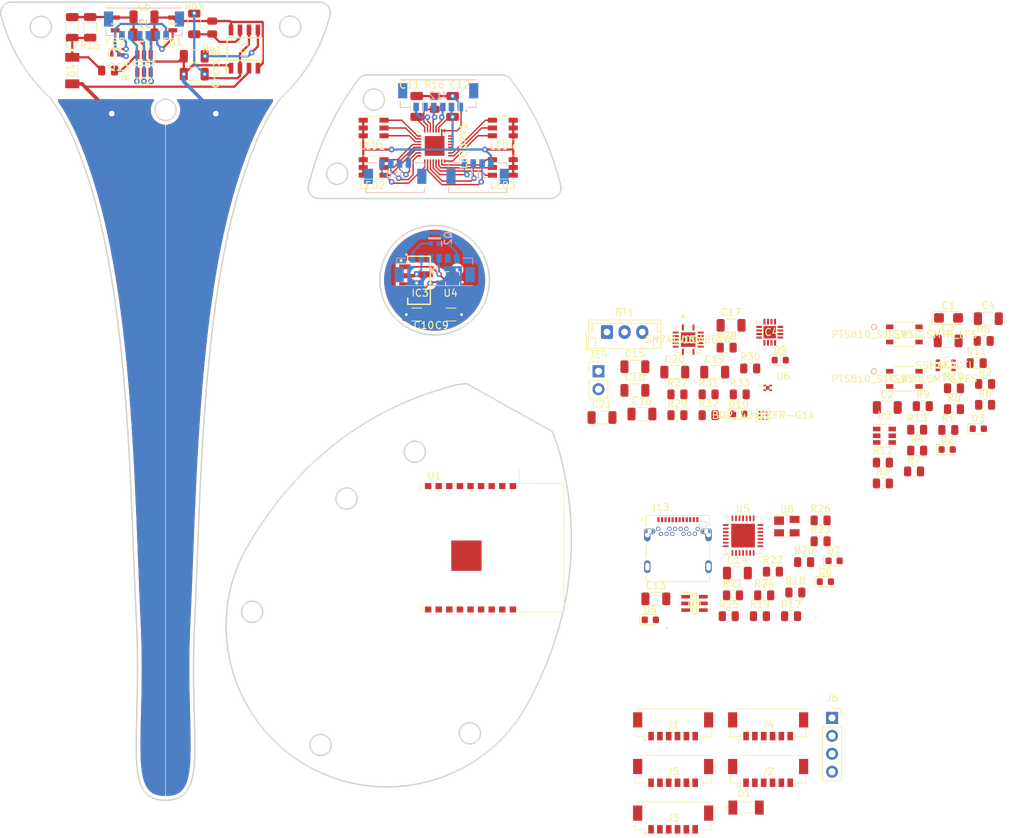
<source format=kicad_pcb>
(kicad_pcb (version 20171130) (host pcbnew 5.1.10)
  (layers (0 F.Cu signal) (31 B.Cu signal) (34 B.Paste user) (35 F.Paste user) (36 B.SilkS user) (37 F.SilkS user) (38 B.Mask user) (39 F.Mask user) (44 Edge.Cuts user))
  (net 0 "")
  (net 1 GND)
  (net 2 +3V3)
  (net 3 /esp8266/ESP_RST)
  (net 4 "Net-(Cref1-Pad1)")
  (net 5 "Net-(D3-Pad2)")
  (net 6 /ALL_EN)
  (net 7 "Net-(D9-Pad1)")
  (net 8 /SDA)
  (net 9 /SCL)
  (net 10 /esp8266/GPIO15)
  (net 11 /leds/LED_6_B)
  (net 12 /leds/LED_6_G)
  (net 13 /leds/LED_6_R)
  (net 14 /leds/LED_5_B)
  (net 15 /leds/LED_5_G)
  (net 16 /leds/LED_5_R)
  (net 17 /leds/LED_4_B)
  (net 18 /leds/LED_4_G)
  (net 19 /leds/LED_4_R)
  (net 20 /leds/LED_3_B)
  (net 21 /leds/LED_3_G)
  (net 22 /leds/LED_3_R)
  (net 23 /leds/LED_2_B)
  (net 24 /leds/LED_2_G)
  (net 25 /leds/LED_2_R)
  (net 26 /leds/LED_1_B)
  (net 27 /leds/LED_1_G)
  (net 28 /leds/LED_1_R)
  (net 29 "Net-(LEDDRV1-Pad31)")
  (net 30 "Net-(C11-Pad1)")
  (net 31 "Net-(C15-Pad1)")
  (net 32 /moisture_sensor/Sensor_Inside)
  (net 33 /usb_serial/USB_TXT)
  (net 34 /usb_serial/D+)
  (net 35 /usb_serial/D-)
  (net 36 /moisture_sensor/ALL_EN)
  (net 37 /usb_serial/USB_RXT)
  (net 38 /env_sensor/SCL)
  (net 39 /env_sensor/SDA)
  (net 40 /moisture_sensor/HOST_WAKE)
  (net 41 /moisture_sensor/SCL)
  (net 42 /moisture_sensor/SDA)
  (net 43 /usb_serial/USB_RTS)
  (net 44 /usb_serial/USB_DTR)
  (net 45 /env_sensor/ALL_EN)
  (net 46 /leds/SDA)
  (net 47 /leds/SCL)
  (net 48 /leds/ALL_EN)
  (net 49 /charger/BATT_T)
  (net 50 /charger/BATT)
  (net 51 /esp8266/SYS_EN)
  (net 52 +3.3VA)
  (net 53 GNDA)
  (net 54 "Net-(C7-Pad1)")
  (net 55 "Net-(C8-Pad1)")
  (net 56 /env_sensor/GND_S)
  (net 57 VCC)
  (net 58 "Net-(C17-Pad1)")
  (net 59 "Net-(C19-Pad1)")
  (net 60 /esp8266/ALL_EN)
  (net 61 "Net-(D2-Pad2)")
  (net 62 "Net-(D5-Pad2)")
  (net 63 "Net-(D6-Pad2)")
  (net 64 "Net-(D7-Pad2)")
  (net 65 "Net-(D9-Pad2)")
  (net 66 "Net-(D10-Pad2)")
  (net 67 /charger/CH_PGOOD)
  (net 68 "Net-(IC1-Pad7)")
  (net 69 "Net-(IC2-Pad3)")
  (net 70 /charger/CH_EN2)
  (net 71 /charger/CH_EN1)
  (net 72 /charger/CH_ILIM)
  (net 73 /charger/CH_TMR)
  (net 74 /charger/CH_ISET)
  (net 75 /HOST_WAKE_UP)
  (net 76 "Net-(J13-PadB5)")
  (net 77 "Net-(J13-PadA5)")
  (net 78 /esp8266/CHIP_RESET)
  (net 79 "Net-(Q3-Pad5)")
  (net 80 /esp8266/BOOT_MODE)
  (net 81 "Net-(Q3-Pad2)")
  (net 82 "Net-(R9-Pad1)")
  (net 83 "Net-(R10-Pad1)")
  (net 84 "Net-(R11-Pad2)")
  (net 85 /esp8266/TPL_MDRV)
  (net 86 "Net-(R17-Pad1)")
  (net 87 "Net-(R18-Pad2)")
  (net 88 /charger/nCH_PGOOD)
  (net 89 /esp8266/READY_TO_SLEEP)
  (net 90 /esp8266/UART_RXD)
  (net 91 /esp8266/UART_TXD)
  (net 92 /charger/BATT_GAUGE_SHDN)
  (net 93 /esp8266/SYS_EN_DRV)
  (net 94 /usb_serial/CH_CHREN)
  (net 95 /usb_serial/CH_CHR1)
  (net 96 /usb_serial/CH_CHR0)
  (net 97 "Net-(U8-Pad3)")
  (net 98 "Net-(U8-Pad12)")
  (net 99 "Net-(J1-PadMP1)")
  (net 100 "Net-(J1-PadMP2)")
  (net 101 "Net-(J2-PadMP1)")
  (net 102 "Net-(J2-PadMP2)")
  (net 103 "Net-(J3-PadMP1)")
  (net 104 "Net-(J3-PadMP2)")
  (net 105 "Net-(J4-PadMP1)")
  (net 106 "Net-(J4-PadMP2)")
  (net 107 "Net-(J5-PadMP1)")
  (net 108 "Net-(J5-PadMP2)")
  (net 109 "Net-(J7-PadMP1)")
  (net 110 "Net-(J7-PadMP2)")
  (net 111 "Net-(J9-Pad5)")
  (net 112 "Net-(J9-PadMP1)")
  (net 113 "Net-(J9-PadMP2)")
  (net 114 "Net-(J10-Pad5)")
  (net 115 "Net-(J10-Pad6)")
  (net 116 "Net-(J11-Pad5)")
  (net 117 "Net-(J11-Pad6)")
  (net 118 "Net-(J12-Pad5)")
  (net 119 "Net-(J12-PadMP1)")
  (net 120 "Net-(J12-PadMP2)")
  (net 121 "Net-(J13-PadA8)")
  (net 122 "Net-(J13-PadB8)")
  (net 123 "Net-(LEDDRV1-Pad24)")
  (net 124 "Net-(LEDDRV1-Pad23)")
  (net 125 "Net-(LEDDRV1-Pad22)")
  (net 126 "Net-(LEDDRV1-Pad21)")
  (net 127 "Net-(LEDDRV1-Pad20)")
  (net 128 "Net-(LEDDRV1-Pad19)")
  (net 129 "Net-(U1-Pad16)")
  (net 130 /esp8266/GPIO16)
  (net 131 "Net-(U4-PadC2)")
  (net 132 "Net-(U5-Pad28)")
  (net 133 "Net-(U5-Pad27)")
  (net 134 "Net-(U5-Pad24)")
  (net 135 "Net-(U5-Pad23)")
  (net 136 "Net-(U5-Pad22)")
  (net 137 "Net-(U5-Pad21)")
  (net 138 "Net-(U5-Pad20)")
  (net 139 "Net-(U5-Pad17)")
  (net 140 "Net-(U5-Pad16)")
  (net 141 "Net-(U5-Pad12)")
  (net 142 "Net-(U5-Pad11)")
  (net 143 "Net-(U5-Pad10)")
  (net 144 "Net-(U5-Pad2)")
  (net 145 "Net-(U5-Pad1)")
  (net 146 "Net-(U8-Pad15)")
  (net 147 "Net-(J13-PadS1)")
  (net 148 "Net-(FB2-Pad2)")
  (module Parts:SN74LV00ARGYR (layer F.Cu) (at 256.877941 97.5261)
    (fp_text reference U8 (at 0 0) (layer F.SilkS))
    (fp_text value SN74LV00ARGYR (at 0 0) (layer F.SilkS))
    (fp_text user * (at -0.75 -2.943342) (layer F.SilkS))
    (fp_text user * (at -0.75 -2.943342) (layer F.SilkS))
    (pad V thru_hole circle (at 0.3937 -0.3937) (size 0.508 0.508) (drill 0.254) (layers *.Cu *.Mask))
    (pad V thru_hole circle (at 0.3937 0.3937) (size 0.508 0.508) (drill 0.254) (layers *.Cu *.Mask))
    (pad V thru_hole circle (at -0.3937 -0.3937) (size 0.508 0.508) (drill 0.254) (layers *.Cu *.Mask))
    (pad V thru_hole circle (at -0.3937 0.3937) (size 0.508 0.508) (drill 0.254) (layers *.Cu *.Mask))
    (pad 15 smd rect (at 0 0) (size 2.05 2.05) (layers F.Cu F.Paste F.Mask) (net 146 "Net-(U8-Pad15)"))
    (pad 14 smd rect (at 0.750001 -1.731) (size 0.28 0.85) (layers F.Cu F.Paste F.Mask) (net 57 VCC))
    (pad 13 smd rect (at 1.769001 -1.000001 90) (size 0.28 0.85) (layers F.Cu F.Paste F.Mask) (net 94 /usb_serial/CH_CHREN))
    (pad 12 smd rect (at 1.769001 -0.499999 90) (size 0.28 0.85) (layers F.Cu F.Paste F.Mask) (net 98 "Net-(U8-Pad12)"))
    (pad 11 smd rect (at 1.769001 0 90) (size 0.28 0.85) (layers F.Cu F.Paste F.Mask) (net 71 /charger/CH_EN1))
    (pad 10 smd rect (at 1.769001 0.499999 90) (size 0.28 0.85) (layers F.Cu F.Paste F.Mask) (net 94 /usb_serial/CH_CHREN))
    (pad 9 smd rect (at 1.769001 1.000001 90) (size 0.28 0.85) (layers F.Cu F.Paste F.Mask) (net 97 "Net-(U8-Pad3)"))
    (pad 8 smd rect (at 0.750001 1.731) (size 0.28 0.85) (layers F.Cu F.Paste F.Mask) (net 70 /charger/CH_EN2))
    (pad 7 smd rect (at -0.750001 1.731) (size 0.28 0.85) (layers F.Cu F.Paste F.Mask) (net 1 GND))
    (pad 6 smd rect (at -1.769001 1.000001 90) (size 0.28 0.85) (layers F.Cu F.Paste F.Mask) (net 98 "Net-(U8-Pad12)"))
    (pad 5 smd rect (at -1.769001 0.499999 90) (size 0.28 0.85) (layers F.Cu F.Paste F.Mask) (net 96 /usb_serial/CH_CHR0))
    (pad 4 smd rect (at -1.769001 0 90) (size 0.28 0.85) (layers F.Cu F.Paste F.Mask) (net 97 "Net-(U8-Pad3)"))
    (pad 3 smd rect (at -1.769001 -0.499999 90) (size 0.28 0.85) (layers F.Cu F.Paste F.Mask) (net 97 "Net-(U8-Pad3)"))
    (pad 2 smd rect (at -1.769001 -1.000001 90) (size 0.28 0.85) (layers F.Cu F.Paste F.Mask) (net 95 /usb_serial/CH_CHR1))
    (pad 1 smd rect (at -0.750001 -1.731) (size 0.28 0.85) (layers F.Cu F.Paste F.Mask) (net 95 /usb_serial/CH_CHR1))
  )
  (module Parts:BQ27421YZFR-G1A (layer F.Cu) (at 267.489999 108.241)
    (fp_text reference U7 (at 0 0) (layer F.SilkS))
    (fp_text value BQ27421YZFR-G1A (at 0 0) (layer F.SilkS))
    (fp_text user * (at 0 0) (layer F.SilkS))
    (pad C3 smd circle (at 0.499999 0.499999) (size 0.299999 0.299999) (layers F.Cu F.Paste F.Mask) (net 50 /charger/BATT))
    (pad C2 smd circle (at 0 0.499999) (size 0.299999 0.299999) (layers F.Cu F.Paste F.Mask) (net 57 VCC))
    (pad C1 smd circle (at -0.499999 0.499999) (size 0.299999 0.299999) (layers F.Cu F.Paste F.Mask) (net 1 GND))
    (pad B3 smd circle (at 0.499999 0) (size 0.299999 0.299999) (layers F.Cu F.Paste F.Mask) (net 59 "Net-(C19-Pad1)"))
    (pad B2 smd circle (at 0 0) (size 0.299999 0.299999) (layers F.Cu F.Paste F.Mask) (net 1 GND))
    (pad B1 smd circle (at -0.499999 0) (size 0.299999 0.299999) (layers F.Cu F.Paste F.Mask) (net 49 /charger/BATT_T))
    (pad A3 smd circle (at 0.499999 -0.499999) (size 0.299999 0.299999) (layers F.Cu F.Paste F.Mask) (net 9 /SCL))
    (pad A2 smd circle (at 0 -0.499999) (size 0.299999 0.299999) (layers F.Cu F.Paste F.Mask) (net 8 /SDA))
    (pad A1 smd circle (at -0.499999 -0.499999) (size 0.299999 0.299999) (layers F.Cu F.Paste F.Mask) (net 92 /charger/BATT_GAUGE_SHDN))
  )
  (module Parts:REG_NCP167BMX330TBG (layer F.Cu) (at 268.135 104.36)
    (fp_text reference U6 (at 2.175 -1.635) (layer F.SilkS))
    (fp_text value NCP167BMX330TBG)
    (pad 5 smd rect (at 0 0) (size 0.52 0.52) (layers F.Cu) (net 1 GND))
    (pad 1 smd custom (at -0.48 -0.325) (size 0.1 0.1) (layers F.Cu) (net 31 "Net-(C15-Pad1)") (options (clearance outline) (anchor rect)) (primitives (gr_poly (pts (xy 0.27 -0.13) (xy -0.12 -0.13) (xy -0.12 0.13) (xy 0.12 0.13) (xy 0.27 -0.02)) (width 0.0001))))
    (pad 2 smd custom (at -0.48 0.325) (size 0.1 0.1) (layers F.Cu) (net 1 GND) (options (clearance outline) (anchor rect)) (primitives (gr_poly (pts (xy 0.27 0.13) (xy -0.12 0.13) (xy -0.12 -0.13) (xy 0.06 -0.13) (xy 0.12 -0.13) (xy 0.27 0.02)) (width 0.0001))))
    (pad 3 smd custom (at 0.48 0.325) (size 0.1 0.1) (layers F.Cu) (net 58 "Net-(C17-Pad1)") (options (clearance outline) (anchor rect)) (primitives (gr_poly (pts (xy -0.27 0.13) (xy 0.12 0.13) (xy 0.12 -0.13) (xy -0.12 -0.13) (xy -0.27 0.02)) (width 0.0001))))
    (pad 4 smd custom (at 0.48 -0.325) (size 0.1 0.1) (layers F.Cu) (net 58 "Net-(C17-Pad1)") (options (clearance outline) (anchor rect)) (primitives (gr_poly (pts (xy -0.27 -0.13) (xy 0.12 -0.13) (xy 0.12 0.13) (xy -0.06 0.13) (xy -0.12 0.13) (xy -0.27 -0.02)) (width 0.0001))))
  )
  (module Package_DFN_QFN:QFN-28-1EP_5x5mm_P0.5mm_EP3.35x3.35mm (layer F.Cu) (at 264.65 125.28)
    (fp_text reference U5 (at 0 -3.8) (layer F.SilkS))
    (fp_text value CP2102N-A01-GQFN28)
    (pad 29 smd rect (at 0 0) (size 3.35 3.35) (layers F.Cu F.Mask) (net 1 GND))
    (pad 28 smd roundrect (at -1.5 -2.45) (size 0.25 0.8) (layers F.Cu F.Paste F.Mask) (net 132 "Net-(U5-Pad28)"))
    (pad 27 smd roundrect (at -1 -2.45) (size 0.25 0.8) (layers F.Cu F.Paste F.Mask) (net 133 "Net-(U5-Pad27)"))
    (pad 26 smd roundrect (at -0.5 -2.45) (size 0.25 0.8) (layers F.Cu F.Paste F.Mask) (net 91 /esp8266/UART_TXD))
    (pad 25 smd roundrect (at 0 -2.45) (size 0.25 0.8) (layers F.Cu F.Paste F.Mask) (net 90 /esp8266/UART_RXD))
    (pad 24 smd roundrect (at 0.5 -2.45) (size 0.25 0.8) (layers F.Cu F.Paste F.Mask) (net 134 "Net-(U5-Pad24)"))
    (pad 23 smd roundrect (at 1 -2.45) (size 0.25 0.8) (layers F.Cu F.Paste F.Mask) (net 135 "Net-(U5-Pad23)"))
    (pad 22 smd roundrect (at 1.5 -2.45) (size 0.25 0.8) (layers F.Cu F.Paste F.Mask) (net 136 "Net-(U5-Pad22)"))
    (pad 21 smd roundrect (at 2.45 -1.5) (size 0.8 0.25) (layers F.Cu F.Paste F.Mask) (net 137 "Net-(U5-Pad21)"))
    (pad 20 smd roundrect (at 2.45 -1) (size 0.8 0.25) (layers F.Cu F.Paste F.Mask) (net 138 "Net-(U5-Pad20)"))
    (pad 19 smd roundrect (at 2.45 -0.5) (size 0.8 0.25) (layers F.Cu F.Paste F.Mask) (net 33 /usb_serial/USB_TXT))
    (pad 18 smd roundrect (at 2.45 0) (size 0.8 0.25) (layers F.Cu F.Paste F.Mask) (net 37 /usb_serial/USB_RXT))
    (pad 17 smd roundrect (at 2.45 0.5) (size 0.8 0.25) (layers F.Cu F.Paste F.Mask) (net 139 "Net-(U5-Pad17)"))
    (pad 16 smd roundrect (at 2.45 1) (size 0.8 0.25) (layers F.Cu F.Paste F.Mask) (net 140 "Net-(U5-Pad16)"))
    (pad 15 smd roundrect (at 2.45 1.5) (size 0.8 0.25) (layers F.Cu F.Paste F.Mask) (net 96 /usb_serial/CH_CHR0))
    (pad 14 smd roundrect (at 1.5 2.45) (size 0.25 0.8) (layers F.Cu F.Paste F.Mask) (net 95 /usb_serial/CH_CHR1))
    (pad 13 smd roundrect (at 1 2.45) (size 0.25 0.8) (layers F.Cu F.Paste F.Mask) (net 94 /usb_serial/CH_CHREN))
    (pad 12 smd roundrect (at 0.5 2.45) (size 0.25 0.8) (layers F.Cu F.Paste F.Mask) (net 141 "Net-(U5-Pad12)"))
    (pad 11 smd roundrect (at 0 2.45) (size 0.25 0.8) (layers F.Cu F.Paste F.Mask) (net 142 "Net-(U5-Pad11)"))
    (pad 10 smd roundrect (at -0.5 2.45) (size 0.25 0.8) (layers F.Cu F.Paste F.Mask) (net 143 "Net-(U5-Pad10)"))
    (pad 9 smd roundrect (at -1 2.45) (size 0.25 0.8) (layers F.Cu F.Paste F.Mask) (net 87 "Net-(R18-Pad2)"))
    (pad 8 smd roundrect (at -1.5 2.45) (size 0.25 0.8) (layers F.Cu F.Paste F.Mask) (net 86 "Net-(R17-Pad1)"))
    (pad 7 smd roundrect (at -2.45 1.5) (size 0.8 0.25) (layers F.Cu F.Paste F.Mask) (net 57 VCC))
    (pad 6 smd roundrect (at -2.45 1) (size 0.8 0.25) (layers F.Cu F.Paste F.Mask) (net 57 VCC))
    (pad 5 smd roundrect (at -2.45 0.5) (size 0.8 0.25) (layers F.Cu F.Paste F.Mask) (net 35 /usb_serial/D-))
    (pad 4 smd roundrect (at -2.45 0) (size 0.8 0.25) (layers F.Cu F.Paste F.Mask) (net 34 /usb_serial/D+))
    (pad 3 smd roundrect (at -2.45 -0.5) (size 0.8 0.25) (layers F.Cu F.Paste F.Mask) (net 1 GND))
    (pad 2 smd roundrect (at -2.45 -1) (size 0.8 0.25) (layers F.Cu F.Paste F.Mask) (net 144 "Net-(U5-Pad2)"))
    (pad 1 smd roundrect (at -2.45 -1.5) (size 0.8 0.25) (layers F.Cu F.Paste F.Mask) (net 145 "Net-(U5-Pad1)"))
  )
  (module Parts:BGA6C100X50P2X3_146X146X67 (layer F.Cu) (at 223.52 88.9 180)
    (fp_text reference U4 (at 0.282 -2.032) (layer F.SilkS))
    (fp_text value HDC2010YPAT)
    (pad C2 smd circle (at 0.5 0.5 180) (size 0.26 0.26) (layers F.Cu F.Paste F.Mask) (net 131 "Net-(U4-PadC2)"))
    (pad B2 smd circle (at 0.5 0 180) (size 0.26 0.26) (layers F.Cu F.Paste F.Mask) (net 38 /env_sensor/SCL))
    (pad A2 smd circle (at 0.5 -0.5 180) (size 0.26 0.26) (layers F.Cu F.Paste F.Mask) (net 39 /env_sensor/SDA))
    (pad C1 smd circle (at -0.5 0.5 180) (size 0.26 0.26) (layers F.Cu F.Paste F.Mask) (net 56 /env_sensor/GND_S))
    (pad B1 smd circle (at -0.5 0 180) (size 0.26 0.26) (layers F.Cu F.Paste F.Mask) (net 56 /env_sensor/GND_S))
    (pad A1 smd circle (at -0.5 -0.5 180) (size 0.26 0.26) (layers F.Cu F.Paste F.Mask) (net 2 +3V3))
  )
  (module Package_TO_SOT_SMD:SOT-23-6 (layer F.Cu) (at 284.67 111.14)
    (fp_text reference U3 (at 0 -2.9) (layer F.SilkS))
    (fp_text value TPL5110)
    (pad 5 smd rect (at 1.1 0) (size 1.06 0.65) (layers F.Cu F.Paste F.Mask) (net 93 /esp8266/SYS_EN_DRV))
    (pad 6 smd rect (at 1.1 -0.95) (size 1.06 0.65) (layers F.Cu F.Paste F.Mask) (net 2 +3V3))
    (pad 4 smd rect (at 1.1 0.95) (size 1.06 0.65) (layers F.Cu F.Paste F.Mask) (net 89 /esp8266/READY_TO_SLEEP))
    (pad 3 smd rect (at -1.1 0.95) (size 1.06 0.65) (layers F.Cu F.Paste F.Mask) (net 85 /esp8266/TPL_MDRV))
    (pad 2 smd rect (at -1.1 0) (size 1.06 0.65) (layers F.Cu F.Paste F.Mask) (net 1 GND))
    (pad 1 smd rect (at -1.1 -0.95) (size 1.06 0.65) (layers F.Cu F.Paste F.Mask) (net 2 +3V3))
  )
  (module Parts:SSM6L40TU (layer F.Cu) (at 293.337493 101.1673)
    (fp_text reference U2 (at 0 0) (layer F.SilkS))
    (fp_text value SSM6L40TU (at 0 0) (layer F.SilkS))
    (fp_text user * (at 0 0) (layer F.SilkS))
    (pad 6 smd rect (at 1.1049 -0.649986) (size 0.6096 0.3556) (layers F.Cu F.Paste F.Mask) (net 84 "Net-(R11-Pad2)"))
    (pad 5 smd rect (at 1.1049 0) (size 0.6096 0.3556) (layers F.Cu F.Paste F.Mask) (net 93 /esp8266/SYS_EN_DRV))
    (pad 4 smd rect (at 1.1049 0.649986) (size 0.6096 0.3556) (layers F.Cu F.Paste F.Mask) (net 84 "Net-(R11-Pad2)"))
    (pad 3 smd rect (at -1.1049 0.649986) (size 0.6096 0.3556) (layers F.Cu F.Paste F.Mask) (net 51 /esp8266/SYS_EN))
    (pad 2 smd rect (at -1.1049 0) (size 0.6096 0.3556) (layers F.Cu F.Paste F.Mask) (net 75 /HOST_WAKE_UP))
    (pad 1 smd rect (at -1.1049 -0.649986) (size 0.6096 0.3556) (layers F.Cu F.Paste F.Mask) (net 85 /esp8266/TPL_MDRV))
  )
  (module RF_Module:ESP-WROOM-02 (layer F.Cu) (at 226.06 127 270)
    (fp_text reference U1 (at -10.17 5.13) (layer F.SilkS))
    (fp_text value ESP-WROOM-02)
    (pad 19 smd rect (at 1.12 0.58 270) (size 4.3 4.3) (layers F.Cu F.Paste F.Mask) (net 1 GND))
    (pad 1 smd rect (at -8.7375 -6 270) (size 0.85 0.9125) (layers F.Cu F.Paste F.Mask) (net 2 +3V3))
    (pad 2 smd rect (at -8.7375 -4.5 270) (size 0.85 0.9125) (layers F.Cu F.Paste F.Mask) (net 51 /esp8266/SYS_EN))
    (pad 3 smd rect (at -8.7375 -3 270) (size 0.85 0.9125) (layers F.Cu F.Paste F.Mask) (net 9 /SCL))
    (pad 4 smd rect (at -8.7375 -1.5 270) (size 0.85 0.9125) (layers F.Cu F.Paste F.Mask) (net 92 /charger/BATT_GAUGE_SHDN))
    (pad 5 smd rect (at -8.7375 0 270) (size 0.85 0.9125) (layers F.Cu F.Paste F.Mask) (net 88 /charger/nCH_PGOOD))
    (pad 6 smd rect (at -8.7375 1.5 270) (size 0.85 0.9125) (layers F.Cu F.Paste F.Mask) (net 10 /esp8266/GPIO15))
    (pad 7 smd rect (at -8.7375 3 270) (size 0.85 0.9125) (layers F.Cu F.Paste F.Mask) (net 8 /SDA))
    (pad 8 smd rect (at -8.7375 4.5 270) (size 0.85 0.9125) (layers F.Cu F.Paste F.Mask) (net 80 /esp8266/BOOT_MODE))
    (pad 9 smd rect (at -8.7375 6 270) (size 0.85 0.9125) (layers F.Cu F.Paste F.Mask) (net 1 GND))
    (pad 10 smd rect (at 8.7375 6 270) (size 0.85 0.9125) (layers F.Cu F.Paste F.Mask) (net 60 /esp8266/ALL_EN))
    (pad 11 smd rect (at 8.7375 4.5 270) (size 0.85 0.9125) (layers F.Cu F.Paste F.Mask) (net 91 /esp8266/UART_TXD))
    (pad 12 smd rect (at 8.7375 3 270) (size 0.85 0.9125) (layers F.Cu F.Paste F.Mask) (net 90 /esp8266/UART_RXD))
    (pad 13 smd rect (at 8.7375 1.5 270) (size 0.85 0.9125) (layers F.Cu F.Paste F.Mask) (net 1 GND))
    (pad 14 smd rect (at 8.7375 0 270) (size 0.85 0.9125) (layers F.Cu F.Paste F.Mask) (net 89 /esp8266/READY_TO_SLEEP))
    (pad 15 smd rect (at 8.7375 -1.5 270) (size 0.85 0.9125) (layers F.Cu F.Paste F.Mask) (net 78 /esp8266/CHIP_RESET))
    (pad 16 smd rect (at 8.7375 -3 270) (size 0.85 0.9125) (layers F.Cu F.Paste F.Mask) (net 129 "Net-(U1-Pad16)"))
    (pad 17 smd rect (at 8.7375 -4.5 270) (size 0.85 0.9125) (layers F.Cu F.Paste F.Mask) (net 130 /esp8266/GPIO16))
    (pad 18 smd rect (at 8.7375 -6 270) (size 0.85 0.9125) (layers F.Cu F.Paste F.Mask) (net 1 GND))
  )
  (module Parts:PTS810SJK250SMTRLFS (layer F.Cu) (at 287.4913 103.086)
    (fp_text reference SW2 (at 0 0) (layer F.SilkS))
    (fp_text value PTS810_SJK_250_SMTR_LFS (at 0 0) (layer F.SilkS))
    (fp_text user * (at 0 0) (layer F.SilkS))
    (pad 4 smd rect (at 2.075 1.074999) (size 1.0414 0.6604) (layers F.Cu F.Paste F.Mask) (net 83 "Net-(R10-Pad1)"))
    (pad 3 smd rect (at -2.075 1.074999) (size 1.0414 0.6604) (layers F.Cu F.Paste F.Mask) (net 78 /esp8266/CHIP_RESET))
    (pad 2 smd rect (at 2.075 -1.074999) (size 1.0414 0.6604) (layers F.Cu F.Paste F.Mask) (net 83 "Net-(R10-Pad1)"))
    (pad 1 smd rect (at -2.075 -1.074999) (size 1.0414 0.6604) (layers F.Cu F.Paste F.Mask) (net 78 /esp8266/CHIP_RESET))
  )
  (module Parts:PTS810SJK250SMTRLFS (layer F.Cu) (at 287.4913 96.796)
    (fp_text reference SW1 (at 0 0) (layer F.SilkS))
    (fp_text value PTS810_SJK_250_SMTR_LFS (at 0 0) (layer F.SilkS))
    (fp_text user * (at 0 0) (layer F.SilkS))
    (pad 4 smd rect (at 2.075 1.074999) (size 1.0414 0.6604) (layers F.Cu F.Paste F.Mask) (net 82 "Net-(R9-Pad1)"))
    (pad 3 smd rect (at -2.075 1.074999) (size 1.0414 0.6604) (layers F.Cu F.Paste F.Mask) (net 75 /HOST_WAKE_UP))
    (pad 2 smd rect (at 2.075 -1.074999) (size 1.0414 0.6604) (layers F.Cu F.Paste F.Mask) (net 82 "Net-(R9-Pad1)"))
    (pad 1 smd rect (at -2.075 -1.074999) (size 1.0414 0.6604) (layers F.Cu F.Paste F.Mask) (net 75 /HOST_WAKE_UP))
  )
  (module Resistor_SMD:R_1206_3216Metric (layer F.Cu) (at 186.944 52.832 90)
    (fp_text reference Rb1 (at 2.54 0 180) (layer F.SilkS))
    (fp_text value 1K6)
    (pad 2 smd roundrect (at 1.4625 0 90) (size 1.125 1.75) (layers F.Cu F.Paste F.Mask) (roundrect_rratio 0.222222) (net 4 "Net-(Cref1-Pad1)"))
    (pad 1 smd roundrect (at -1.4625 0 90) (size 1.125 1.75) (layers F.Cu F.Paste F.Mask) (roundrect_rratio 0.222222) (net 68 "Net-(IC1-Pad7)"))
  )
  (module Resistor_SMD:R_0805_2012Metric (layer F.Cu) (at 189.484 53.34 270)
    (fp_text reference Ra1 (at 3.048 0 180) (layer F.SilkS))
    (fp_text value 330)
    (pad 2 smd roundrect (at 0.9125 0 270) (size 1.025 1.4) (layers F.Cu F.Paste F.Mask) (roundrect_rratio 0.243902) (net 68 "Net-(IC1-Pad7)"))
    (pad 1 smd roundrect (at -0.9125 0 270) (size 1.025 1.4) (layers F.Cu F.Paste F.Mask) (roundrect_rratio 0.243902) (net 52 +3.3VA))
  )
  (module Resistor_SMD:R_0805_2012Metric (layer F.Cu) (at 264.18 105.28)
    (fp_text reference R33 (at 0 -1.65) (layer F.SilkS))
    (fp_text value 1.8M)
    (pad 2 smd roundrect (at 0.9125 0) (size 1.025 1.4) (layers F.Cu F.Paste F.Mask) (roundrect_rratio 0.243902) (net 49 /charger/BATT_T))
    (pad 1 smd roundrect (at -0.9125 0) (size 1.025 1.4) (layers F.Cu F.Paste F.Mask) (roundrect_rratio 0.243902) (net 1 GND))
  )
  (module Resistor_SMD:R_0805_2012Metric (layer F.Cu) (at 259.77 108.23)
    (fp_text reference R32 (at 0 -1.65) (layer F.SilkS))
    (fp_text value 10k)
    (pad 2 smd roundrect (at 0.9125 0) (size 1.025 1.4) (layers F.Cu F.Paste F.Mask) (roundrect_rratio 0.243902) (net 88 /charger/nCH_PGOOD))
    (pad 1 smd roundrect (at -0.9125 0) (size 1.025 1.4) (layers F.Cu F.Paste F.Mask) (roundrect_rratio 0.243902) (net 67 /charger/CH_PGOOD))
  )
  (module Resistor_SMD:R_0805_2012Metric (layer F.Cu) (at 259.77 105.28)
    (fp_text reference R31 (at 0 -1.65) (layer F.SilkS))
    (fp_text value 1.19K)
    (pad 2 smd roundrect (at 0.9125 0) (size 1.025 1.4) (layers F.Cu F.Paste F.Mask) (roundrect_rratio 0.243902) (net 74 /charger/CH_ISET))
    (pad 1 smd roundrect (at -0.9125 0) (size 1.025 1.4) (layers F.Cu F.Paste F.Mask) (roundrect_rratio 0.243902) (net 1 GND))
  )
  (module Resistor_SMD:R_0805_2012Metric (layer F.Cu) (at 265.66 101.61)
    (fp_text reference R30 (at 0 -1.65) (layer F.SilkS))
    (fp_text value 1.5K)
    (pad 2 smd roundrect (at 0.9125 0) (size 1.025 1.4) (layers F.Cu F.Paste F.Mask) (roundrect_rratio 0.243902) (net 66 "Net-(D10-Pad2)"))
    (pad 1 smd roundrect (at -0.9125 0) (size 1.025 1.4) (layers F.Cu F.Paste F.Mask) (roundrect_rratio 0.243902) (net 58 "Net-(C17-Pad1)"))
  )
  (module Resistor_SMD:R_0805_2012Metric (layer F.Cu) (at 255.36 108.23)
    (fp_text reference R29 (at 0 -1.65) (layer F.SilkS))
    (fp_text value 1.1K)
    (pad 2 smd roundrect (at 0.9125 0) (size 1.025 1.4) (layers F.Cu F.Paste F.Mask) (roundrect_rratio 0.243902) (net 72 /charger/CH_ILIM))
    (pad 1 smd roundrect (at -0.9125 0) (size 1.025 1.4) (layers F.Cu F.Paste F.Mask) (roundrect_rratio 0.243902) (net 1 GND))
  )
  (module Resistor_SMD:R_0805_2012Metric (layer F.Cu) (at 262.33 98.66)
    (fp_text reference R28 (at 0 -1.65) (layer F.SilkS))
    (fp_text value 1.5K)
    (pad 2 smd roundrect (at 0.9125 0) (size 1.025 1.4) (layers F.Cu F.Paste F.Mask) (roundrect_rratio 0.243902) (net 65 "Net-(D9-Pad2)"))
    (pad 1 smd roundrect (at -0.9125 0) (size 1.025 1.4) (layers F.Cu F.Paste F.Mask) (roundrect_rratio 0.243902) (net 58 "Net-(C17-Pad1)"))
  )
  (module Resistor_SMD:R_0805_2012Metric (layer F.Cu) (at 255.36 105.28)
    (fp_text reference R27 (at 0 -1.65) (layer F.SilkS))
    (fp_text value 37.5K)
    (pad 2 smd roundrect (at 0.9125 0) (size 1.025 1.4) (layers F.Cu F.Paste F.Mask) (roundrect_rratio 0.243902) (net 73 /charger/CH_TMR))
    (pad 1 smd roundrect (at -0.9125 0) (size 1.025 1.4) (layers F.Cu F.Paste F.Mask) (roundrect_rratio 0.243902) (net 1 GND))
  )
  (module Resistor_SMD:R_0805_2012Metric (layer F.Cu) (at 275.63 123.13)
    (fp_text reference R26 (at 0 -1.65) (layer F.SilkS))
    (fp_text value 10K)
    (pad 2 smd roundrect (at 0.9125 0) (size 1.025 1.4) (layers F.Cu F.Paste F.Mask) (roundrect_rratio 0.243902) (net 81 "Net-(Q3-Pad2)"))
    (pad 1 smd roundrect (at -0.9125 0) (size 1.025 1.4) (layers F.Cu F.Paste F.Mask) (roundrect_rratio 0.243902) (net 44 /usb_serial/USB_DTR))
  )
  (module Resistor_SMD:R_0805_2012Metric (layer F.Cu) (at 262.63 136.68)
    (fp_text reference R25 (at 0 -1.65) (layer F.SilkS))
    (fp_text value 2K)
    (pad 2 smd roundrect (at 0.9125 0) (size 1.025 1.4) (layers F.Cu F.Paste F.Mask) (roundrect_rratio 0.243902) (net 64 "Net-(D7-Pad2)"))
    (pad 1 smd roundrect (at -0.9125 0) (size 1.025 1.4) (layers F.Cu F.Paste F.Mask) (roundrect_rratio 0.243902) (net 57 VCC))
  )
  (module Resistor_SMD:R_0805_2012Metric (layer F.Cu) (at 267.64 133.73)
    (fp_text reference R24 (at 0 -1.65) (layer F.SilkS))
    (fp_text value 2K)
    (pad 2 smd roundrect (at 0.9125 0) (size 1.025 1.4) (layers F.Cu F.Paste F.Mask) (roundrect_rratio 0.243902) (net 63 "Net-(D6-Pad2)"))
    (pad 1 smd roundrect (at -0.9125 0) (size 1.025 1.4) (layers F.Cu F.Paste F.Mask) (roundrect_rratio 0.243902) (net 57 VCC))
  )
  (module Resistor_SMD:R_0805_2012Metric (layer F.Cu) (at 275.63 126.08)
    (fp_text reference R23 (at 0 -1.65) (layer F.SilkS))
    (fp_text value 2K)
    (pad 2 smd roundrect (at 0.9125 0) (size 1.025 1.4) (layers F.Cu F.Paste F.Mask) (roundrect_rratio 0.243902) (net 62 "Net-(D5-Pad2)"))
    (pad 1 smd roundrect (at -0.9125 0) (size 1.025 1.4) (layers F.Cu F.Paste F.Mask) (roundrect_rratio 0.243902) (net 57 VCC))
  )
  (module Resistor_SMD:R_0805_2012Metric (layer F.Cu) (at 268.88 130.38)
    (fp_text reference R22 (at 0 -1.65) (layer F.SilkS))
    (fp_text value 10K)
    (pad 2 smd roundrect (at 0.9125 0) (size 1.025 1.4) (layers F.Cu F.Paste F.Mask) (roundrect_rratio 0.243902) (net 43 /usb_serial/USB_RTS))
    (pad 1 smd roundrect (at -0.9125 0) (size 1.025 1.4) (layers F.Cu F.Paste F.Mask) (roundrect_rratio 0.243902) (net 79 "Net-(Q3-Pad5)"))
  )
  (module Resistor_SMD:R_0805_2012Metric (layer F.Cu) (at 263.23 133.73)
    (fp_text reference R21 (at 0 -1.65) (layer F.SilkS))
    (fp_text value 22K1)
    (pad 2 smd roundrect (at 0.9125 0) (size 1.025 1.4) (layers F.Cu F.Paste F.Mask) (roundrect_rratio 0.243902) (net 57 VCC))
    (pad 1 smd roundrect (at -0.9125 0) (size 1.025 1.4) (layers F.Cu F.Paste F.Mask) (roundrect_rratio 0.243902) (net 86 "Net-(R17-Pad1)"))
  )
  (module Resistor_SMD:R_0805_2012Metric (layer F.Cu) (at 273.29 129.03)
    (fp_text reference R20 (at 0 -1.65) (layer F.SilkS))
    (fp_text value 5K1)
    (pad 2 smd roundrect (at 0.9125 0) (size 1.025 1.4) (layers F.Cu F.Paste F.Mask) (roundrect_rratio 0.243902) (net 76 "Net-(J13-PadB5)"))
    (pad 1 smd roundrect (at -0.9125 0) (size 1.025 1.4) (layers F.Cu F.Paste F.Mask) (roundrect_rratio 0.243902) (net 1 GND))
  )
  (module Resistor_SMD:R_0805_2012Metric (layer F.Cu) (at 267.04 136.68)
    (fp_text reference R19 (at 0 -1.65) (layer F.SilkS))
    (fp_text value 5K1)
    (pad 2 smd roundrect (at 0.9125 0) (size 1.025 1.4) (layers F.Cu F.Paste F.Mask) (roundrect_rratio 0.243902) (net 77 "Net-(J13-PadA5)"))
    (pad 1 smd roundrect (at -0.9125 0) (size 1.025 1.4) (layers F.Cu F.Paste F.Mask) (roundrect_rratio 0.243902) (net 1 GND))
  )
  (module Resistor_SMD:R_0805_2012Metric (layer F.Cu) (at 272.05 133.33)
    (fp_text reference R18 (at 0 -1.65) (layer F.SilkS))
    (fp_text value 1K)
    (pad 2 smd roundrect (at 0.9125 0) (size 1.025 1.4) (layers F.Cu F.Paste F.Mask) (roundrect_rratio 0.243902) (net 87 "Net-(R18-Pad2)"))
    (pad 1 smd roundrect (at -0.9125 0) (size 1.025 1.4) (layers F.Cu F.Paste F.Mask) (roundrect_rratio 0.243902) (net 57 VCC))
  )
  (module Resistor_SMD:R_0805_2012Metric (layer F.Cu) (at 271.45 136.68)
    (fp_text reference R17 (at 0 -1.65) (layer F.SilkS))
    (fp_text value 47K5)
    (pad 2 smd roundrect (at 0.9125 0) (size 1.025 1.4) (layers F.Cu F.Paste F.Mask) (roundrect_rratio 0.243902) (net 1 GND))
    (pad 1 smd roundrect (at -0.9125 0) (size 1.025 1.4) (layers F.Cu F.Paste F.Mask) (roundrect_rratio 0.243902) (net 86 "Net-(R17-Pad1)"))
  )
  (module Resistor_SMD:R_0805_2012Metric (layer F.Cu) (at 220.98 64.008 270)
    (fp_text reference R16 (at -2.54 0 180) (layer F.SilkS))
    (fp_text value 4K9)
    (pad 2 smd roundrect (at 0.9125 0 270) (size 1.025 1.4) (layers F.Cu F.Paste F.Mask) (roundrect_rratio 0.243902) (net 29 "Net-(LEDDRV1-Pad31)"))
    (pad 1 smd roundrect (at -0.9125 0 270) (size 1.025 1.4) (layers F.Cu F.Paste F.Mask) (roundrect_rratio 0.243902) (net 1 GND))
  )
  (module Resistor_SMD:R_1206_3216Metric (layer F.Cu) (at 172.212 53.3146 90)
    (fp_text reference R15 (at -2.54 0 180) (layer F.SilkS))
    (fp_text value 1M)
    (pad 1 smd roundrect (at -1.4625 0 90) (size 1.125 1.75) (layers F.Cu F.Paste F.Mask) (roundrect_rratio 0.222222) (net 54 "Net-(C7-Pad1)"))
    (pad 2 smd roundrect (at 1.4625 0 90) (size 1.125 1.75) (layers F.Cu F.Paste F.Mask) (roundrect_rratio 0.222222) (net 53 GNDA))
  )
  (module Resistor_SMD:R_0805_2012Metric (layer F.Cu) (at 174.752 59.436 180)
    (fp_text reference R14 (at -2.54 0 270) (layer F.SilkS))
    (fp_text value 22)
    (pad 1 smd roundrect (at -0.9125 0 180) (size 1.025 1.4) (layers F.Cu F.Paste F.Mask) (roundrect_rratio 0.243902) (net 69 "Net-(IC2-Pad3)"))
    (pad 2 smd roundrect (at 0.9125 0 180) (size 1.025 1.4) (layers F.Cu F.Paste F.Mask) (roundrect_rratio 0.243902) (net 54 "Net-(C7-Pad1)"))
  )
  (module Resistor_SMD:R_0805_2012Metric (layer F.Cu) (at 289.3 110.29)
    (fp_text reference R13 (at 0 -1.65) (layer F.SilkS))
    (fp_text value 97.6K)
    (pad 2 smd roundrect (at 0.9125 0) (size 1.025 1.4) (layers F.Cu F.Paste F.Mask) (roundrect_rratio 0.243902) (net 1 GND))
    (pad 1 smd roundrect (at -0.9125 0) (size 1.025 1.4) (layers F.Cu F.Paste F.Mask) (roundrect_rratio 0.243902) (net 85 /esp8266/TPL_MDRV))
  )
  (module Resistor_SMD:R_0805_2012Metric (layer F.Cu) (at 284.45 114.94)
    (fp_text reference R12 (at 0 -1.65) (layer F.SilkS))
    (fp_text value 16.9K)
    (pad 2 smd roundrect (at 0.9125 0) (size 1.025 1.4) (layers F.Cu F.Paste F.Mask) (roundrect_rratio 0.243902) (net 1 GND))
    (pad 1 smd roundrect (at -0.9125 0) (size 1.025 1.4) (layers F.Cu F.Paste F.Mask) (roundrect_rratio 0.243902) (net 85 /esp8266/TPL_MDRV))
  )
  (module Resistor_SMD:R_0805_2012Metric (layer F.Cu) (at 297.73 100.86)
    (fp_text reference R11 (at 0 -1.65) (layer F.SilkS))
    (fp_text value 10K)
    (pad 2 smd roundrect (at 0.9125 0) (size 1.025 1.4) (layers F.Cu F.Paste F.Mask) (roundrect_rratio 0.243902) (net 84 "Net-(R11-Pad2)"))
    (pad 1 smd roundrect (at -0.9125 0) (size 1.025 1.4) (layers F.Cu F.Paste F.Mask) (roundrect_rratio 0.243902) (net 2 +3V3))
  )
  (module Resistor_SMD:R_0805_2012Metric (layer F.Cu) (at 294.51 104.42)
    (fp_text reference R10 (at 0 -1.65) (layer F.SilkS))
    (fp_text value 4.7K)
    (pad 2 smd roundrect (at 0.9125 0) (size 1.025 1.4) (layers F.Cu F.Paste F.Mask) (roundrect_rratio 0.243902) (net 1 GND))
    (pad 1 smd roundrect (at -0.9125 0) (size 1.025 1.4) (layers F.Cu F.Paste F.Mask) (roundrect_rratio 0.243902) (net 83 "Net-(R10-Pad1)"))
  )
  (module Resistor_SMD:R_0805_2012Metric (layer F.Cu) (at 290.1 106.94)
    (fp_text reference R9 (at 0 -1.65) (layer F.SilkS))
    (fp_text value 10K)
    (pad 2 smd roundrect (at 0.9125 0) (size 1.025 1.4) (layers F.Cu F.Paste F.Mask) (roundrect_rratio 0.243902) (net 2 +3V3))
    (pad 1 smd roundrect (at -0.9125 0) (size 1.025 1.4) (layers F.Cu F.Paste F.Mask) (roundrect_rratio 0.243902) (net 82 "Net-(R9-Pad1)"))
  )
  (module Resistor_SMD:R_0805_2012Metric (layer F.Cu) (at 298.72 97.71)
    (fp_text reference R8 (at 0 -1.65) (layer F.SilkS))
    (fp_text value 4K7)
    (pad 2 smd roundrect (at 0.9125 0) (size 1.025 1.4) (layers F.Cu F.Paste F.Mask) (roundrect_rratio 0.243902) (net 9 /SCL))
    (pad 1 smd roundrect (at -0.9125 0) (size 1.025 1.4) (layers F.Cu F.Paste F.Mask) (roundrect_rratio 0.243902) (net 2 +3V3))
  )
  (module Resistor_SMD:R_0805_2012Metric (layer F.Cu) (at 288.86 116.19)
    (fp_text reference R7 (at 0 -1.65) (layer F.SilkS))
    (fp_text value 10K)
    (pad 2 smd roundrect (at 0.9125 0) (size 1.025 1.4) (layers F.Cu F.Paste F.Mask) (roundrect_rratio 0.243902) (net 75 /HOST_WAKE_UP))
    (pad 1 smd roundrect (at -0.9125 0) (size 1.025 1.4) (layers F.Cu F.Paste F.Mask) (roundrect_rratio 0.243902) (net 1 GND))
  )
  (module Resistor_SMD:R_0805_2012Metric (layer F.Cu) (at 298.92 106.76)
    (fp_text reference R6 (at 0 -1.65) (layer F.SilkS))
    (fp_text value 4K7)
    (pad 2 smd roundrect (at 0.9125 0) (size 1.025 1.4) (layers F.Cu F.Paste F.Mask) (roundrect_rratio 0.243902) (net 8 /SDA))
    (pad 1 smd roundrect (at -0.9125 0) (size 1.025 1.4) (layers F.Cu F.Paste F.Mask) (roundrect_rratio 0.243902) (net 2 +3V3))
  )
  (module Resistor_SMD:R_0805_2012Metric (layer F.Cu) (at 294.51 107.37)
    (fp_text reference R5 (at 0 -1.65) (layer F.SilkS))
    (fp_text value 10K)
    (pad 2 smd roundrect (at 0.9125 0) (size 1.025 1.4) (layers F.Cu F.Paste F.Mask) (roundrect_rratio 0.243902) (net 10 /esp8266/GPIO15))
    (pad 1 smd roundrect (at -0.9125 0) (size 1.025 1.4) (layers F.Cu F.Paste F.Mask) (roundrect_rratio 0.243902) (net 1 GND))
  )
  (module Resistor_SMD:R_0805_2012Metric (layer F.Cu) (at 289.3 113.24)
    (fp_text reference R4 (at 0 -1.65) (layer F.SilkS))
    (fp_text value 10K)
    (pad 2 smd roundrect (at 0.9125 0) (size 1.025 1.4) (layers F.Cu F.Paste F.Mask) (roundrect_rratio 0.243902) (net 80 /esp8266/BOOT_MODE))
    (pad 1 smd roundrect (at -0.9125 0) (size 1.025 1.4) (layers F.Cu F.Paste F.Mask) (roundrect_rratio 0.243902) (net 2 +3V3))
  )
  (module Resistor_SMD:R_0805_2012Metric (layer F.Cu) (at 284.45 117.89)
    (fp_text reference R3 (at 0 -1.65) (layer F.SilkS))
    (fp_text value 2K)
    (pad 2 smd roundrect (at 0.9125 0) (size 1.025 1.4) (layers F.Cu F.Paste F.Mask) (roundrect_rratio 0.243902) (net 2 +3V3))
    (pad 1 smd roundrect (at -0.9125 0) (size 1.025 1.4) (layers F.Cu F.Paste F.Mask) (roundrect_rratio 0.243902) (net 5 "Net-(D3-Pad2)"))
  )
  (module Resistor_SMD:R_0805_2012Metric (layer F.Cu) (at 298.92 103.81)
    (fp_text reference R2 (at 0 -1.65) (layer F.SilkS))
    (fp_text value 2K)
    (pad 2 smd roundrect (at 0.9125 0) (size 1.025 1.4) (layers F.Cu F.Paste F.Mask) (roundrect_rratio 0.243902) (net 51 /esp8266/SYS_EN))
    (pad 1 smd roundrect (at -0.9125 0) (size 1.025 1.4) (layers F.Cu F.Paste F.Mask) (roundrect_rratio 0.243902) (net 61 "Net-(D2-Pad2)"))
  )
  (module Resistor_SMD:R_0805_2012Metric (layer F.Cu) (at 293.71 110.32)
    (fp_text reference R1 (at 0 -1.65) (layer F.SilkS))
    (fp_text value 10K)
    (pad 2 smd roundrect (at 0.9125 0) (size 1.025 1.4) (layers F.Cu F.Paste F.Mask) (roundrect_rratio 0.243902) (net 3 /esp8266/ESP_RST))
    (pad 1 smd roundrect (at -0.9125 0) (size 1.025 1.4) (layers F.Cu F.Paste F.Mask) (roundrect_rratio 0.243902) (net 2 +3V3))
  )
  (module Parts:SOT95P275X110-6N (layer F.Cu) (at 257.775 134.88)
    (fp_text reference Q3 (at 0 0) (layer F.SilkS))
    (fp_text value BC817DS,115 hide)
    (pad 1 smd rect (at -1.25 -0.95 90) (size 0.5 1.25) (layers F.Cu F.Paste F.Mask) (net 43 /usb_serial/USB_RTS))
    (pad 2 smd rect (at -1.25 0 90) (size 0.5 1.25) (layers F.Cu F.Paste F.Mask) (net 81 "Net-(Q3-Pad2)"))
    (pad 3 smd rect (at -1.25 0.95 90) (size 0.5 1.25) (layers F.Cu F.Paste F.Mask) (net 80 /esp8266/BOOT_MODE))
    (pad 4 smd rect (at 1.25 0.95 90) (size 0.5 1.25) (layers F.Cu F.Paste F.Mask) (net 44 /usb_serial/USB_DTR))
    (pad 5 smd rect (at 1.25 0 90) (size 0.5 1.25) (layers F.Cu F.Paste F.Mask) (net 79 "Net-(Q3-Pad5)"))
    (pad 6 smd rect (at 1.25 -0.95 90) (size 0.5 1.25) (layers F.Cu F.Paste F.Mask) (net 78 /esp8266/CHIP_RESET))
  )
  (module Parts:DTC113ZEBTL (layer B.Cu) (at 220.98 83.185 90)
    (fp_text reference Q2 (at 0 1.905 270) (layer B.SilkS) (effects (justify mirror)))
    (fp_text value DTC113Z hide)
    (pad 1 smd rect (at -0.75 0.5) (size 0.48 0.64) (layers B.Cu B.Paste B.Mask) (net 45 /env_sensor/ALL_EN))
    (pad 2 smd rect (at -0.75 -0.5) (size 0.48 0.64) (layers B.Cu B.Paste B.Mask) (net 1 GND))
    (pad 3 smd rect (at 0.75 0) (size 0.48 0.64) (layers B.Cu B.Paste B.Mask) (net 56 /env_sensor/GND_S))
  )
  (module Parts:DTC113ZEBTL (layer F.Cu) (at 175.768 56.388 90)
    (fp_text reference Q1 (at -2.54 0 180) (layer F.SilkS))
    (fp_text value DTC113Z hide)
    (pad 1 smd rect (at -0.75 -0.5 180) (size 0.48 0.64) (layers F.Cu F.Paste F.Mask) (net 36 /moisture_sensor/ALL_EN))
    (pad 2 smd rect (at -0.75 0.5 180) (size 0.48 0.64) (layers F.Cu F.Paste F.Mask) (net 1 GND))
    (pad 3 smd rect (at 0.75 0 180) (size 0.48 0.64) (layers F.Cu F.Paste F.Mask) (net 148 "Net-(FB2-Pad2)"))
  )
  (module SamacSys_Parts:QFN40P400X400X100-33N-D (layer F.Cu) (at 220.98 70.104)
    (fp_text reference LEDDRV1 (at 4.064 0 90) (layer F.SilkS))
    (fp_text value LP5024RSMR hide)
    (pad 33 smd rect (at 0 0) (size 2.8 2.8) (layers F.Cu F.Paste F.Mask) (net 1 GND))
    (pad 32 smd rect (at -1.4 -2.15) (size 0.2 0.5) (layers F.Cu F.Paste F.Mask) (net 30 "Net-(C11-Pad1)"))
    (pad 31 smd rect (at -1 -2.15) (size 0.2 0.5) (layers F.Cu F.Paste F.Mask) (net 29 "Net-(LEDDRV1-Pad31)"))
    (pad 30 smd rect (at -0.6 -2.15) (size 0.2 0.5) (layers F.Cu F.Paste F.Mask) (net 48 /leds/ALL_EN))
    (pad 29 smd rect (at -0.2 -2.15) (size 0.2 0.5) (layers F.Cu F.Paste F.Mask) (net 47 /leds/SCL))
    (pad 28 smd rect (at 0.2 -2.15) (size 0.2 0.5) (layers F.Cu F.Paste F.Mask) (net 46 /leds/SDA))
    (pad 27 smd rect (at 0.6 -2.15) (size 0.2 0.5) (layers F.Cu F.Paste F.Mask) (net 2 +3V3))
    (pad 26 smd rect (at 1 -2.15) (size 0.2 0.5) (layers F.Cu F.Paste F.Mask) (net 1 GND))
    (pad 25 smd rect (at 1.4 -2.15) (size 0.2 0.5) (layers F.Cu F.Paste F.Mask) (net 1 GND))
    (pad 24 smd rect (at 2.15 -1.4 90) (size 0.2 0.5) (layers F.Cu F.Paste F.Mask) (net 123 "Net-(LEDDRV1-Pad24)"))
    (pad 23 smd rect (at 2.15 -1 90) (size 0.2 0.5) (layers F.Cu F.Paste F.Mask) (net 124 "Net-(LEDDRV1-Pad23)"))
    (pad 22 smd rect (at 2.15 -0.6 90) (size 0.2 0.5) (layers F.Cu F.Paste F.Mask) (net 125 "Net-(LEDDRV1-Pad22)"))
    (pad 21 smd rect (at 2.15 -0.2 90) (size 0.2 0.5) (layers F.Cu F.Paste F.Mask) (net 126 "Net-(LEDDRV1-Pad21)"))
    (pad 20 smd rect (at 2.15 0.2 90) (size 0.2 0.5) (layers F.Cu F.Paste F.Mask) (net 127 "Net-(LEDDRV1-Pad20)"))
    (pad 19 smd rect (at 2.15 0.6 90) (size 0.2 0.5) (layers F.Cu F.Paste F.Mask) (net 128 "Net-(LEDDRV1-Pad19)"))
    (pad 18 smd rect (at 2.15 1 90) (size 0.2 0.5) (layers F.Cu F.Paste F.Mask) (net 11 /leds/LED_6_B))
    (pad 17 smd rect (at 2.15 1.4 90) (size 0.2 0.5) (layers F.Cu F.Paste F.Mask) (net 12 /leds/LED_6_G))
    (pad 16 smd rect (at 1.4 2.15) (size 0.2 0.5) (layers F.Cu F.Paste F.Mask) (net 13 /leds/LED_6_R))
    (pad 15 smd rect (at 1 2.15) (size 0.2 0.5) (layers F.Cu F.Paste F.Mask) (net 14 /leds/LED_5_B))
    (pad 14 smd rect (at 0.6 2.15) (size 0.2 0.5) (layers F.Cu F.Paste F.Mask) (net 15 /leds/LED_5_G))
    (pad 13 smd rect (at 0.2 2.15) (size 0.2 0.5) (layers F.Cu F.Paste F.Mask) (net 16 /leds/LED_5_R))
    (pad 12 smd rect (at -0.2 2.15) (size 0.2 0.5) (layers F.Cu F.Paste F.Mask) (net 17 /leds/LED_4_B))
    (pad 11 smd rect (at -0.6 2.15) (size 0.2 0.5) (layers F.Cu F.Paste F.Mask) (net 18 /leds/LED_4_G))
    (pad 10 smd rect (at -1 2.15) (size 0.2 0.5) (layers F.Cu F.Paste F.Mask) (net 19 /leds/LED_4_R))
    (pad 9 smd rect (at -1.4 2.15) (size 0.2 0.5) (layers F.Cu F.Paste F.Mask) (net 20 /leds/LED_3_B))
    (pad 8 smd rect (at -2.15 1.4 90) (size 0.2 0.5) (layers F.Cu F.Paste F.Mask) (net 21 /leds/LED_3_G))
    (pad 7 smd rect (at -2.15 1 90) (size 0.2 0.5) (layers F.Cu F.Paste F.Mask) (net 22 /leds/LED_3_R))
    (pad 6 smd rect (at -2.15 0.6 90) (size 0.2 0.5) (layers F.Cu F.Paste F.Mask) (net 23 /leds/LED_2_B))
    (pad 5 smd rect (at -2.15 0.2 90) (size 0.2 0.5) (layers F.Cu F.Paste F.Mask) (net 24 /leds/LED_2_G))
    (pad 4 smd rect (at -2.15 -0.2 90) (size 0.2 0.5) (layers F.Cu F.Paste F.Mask) (net 25 /leds/LED_2_R))
    (pad 3 smd rect (at -2.15 -0.6 90) (size 0.2 0.5) (layers F.Cu F.Paste F.Mask) (net 26 /leds/LED_1_B))
    (pad 2 smd rect (at -2.15 -1 90) (size 0.2 0.5) (layers F.Cu F.Paste F.Mask) (net 27 /leds/LED_1_G))
    (pad 1 smd rect (at -2.15 -1.4 90) (size 0.2 0.5) (layers F.Cu F.Paste F.Mask) (net 28 /leds/LED_1_R))
  )
  (module SamacSys_Parts:KRTBLSLPS132VUVXEQBTBVD8TWTZL1B (layer F.Cu) (at 230.632 67.564 180)
    (fp_text reference LED4 (at 0 -2.54) (layer F.SilkS))
    (fp_text value KRTBLSLPS1.32-VUVX-EQ+BTBV-D8+TWTZ-L1-B hide)
    (pad C3 smd rect (at 1.475 -1.1 270) (size 0.7 1.3) (layers F.Cu F.Paste F.Mask) (net 13 /leds/LED_6_R))
    (pad C2 smd rect (at 1.475 0 270) (size 0.7 1.3) (layers F.Cu F.Paste F.Mask) (net 12 /leds/LED_6_G))
    (pad C1 smd rect (at 1.475 1.1 270) (size 0.7 1.3) (layers F.Cu F.Paste F.Mask) (net 11 /leds/LED_6_B))
    (pad A3 smd rect (at -1.475 -1.1 270) (size 0.7 1.3) (layers F.Cu F.Paste F.Mask) (net 2 +3V3))
    (pad A2 smd rect (at -1.475 0 270) (size 0.7 1.3) (layers F.Cu F.Paste F.Mask) (net 2 +3V3))
    (pad A1 smd rect (at -1.475 1.1 270) (size 0.7 1.3) (layers F.Cu F.Paste F.Mask) (net 2 +3V3))
  )
  (module SamacSys_Parts:KRTBLSLPS132VUVXEQBTBVD8TWTZL1B (layer F.Cu) (at 230.632 73.152 180)
    (fp_text reference LED3 (at 0 -2.54) (layer F.SilkS))
    (fp_text value KRTBLSLPS1.32-VUVX-EQ+BTBV-D8+TWTZ-L1-B hide)
    (pad C3 smd rect (at 1.475 -1.1 270) (size 0.7 1.3) (layers F.Cu F.Paste F.Mask) (net 16 /leds/LED_5_R))
    (pad C2 smd rect (at 1.475 0 270) (size 0.7 1.3) (layers F.Cu F.Paste F.Mask) (net 15 /leds/LED_5_G))
    (pad C1 smd rect (at 1.475 1.1 270) (size 0.7 1.3) (layers F.Cu F.Paste F.Mask) (net 14 /leds/LED_5_B))
    (pad A3 smd rect (at -1.475 -1.1 270) (size 0.7 1.3) (layers F.Cu F.Paste F.Mask) (net 2 +3V3))
    (pad A2 smd rect (at -1.475 0 270) (size 0.7 1.3) (layers F.Cu F.Paste F.Mask) (net 2 +3V3))
    (pad A1 smd rect (at -1.475 1.1 270) (size 0.7 1.3) (layers F.Cu F.Paste F.Mask) (net 2 +3V3))
  )
  (module SamacSys_Parts:KRTBLSLPS132VUVXEQBTBVD8TWTZL1B (layer F.Cu) (at 212.344 73.152)
    (fp_text reference LED2 (at -0.188 2.54) (layer F.SilkS))
    (fp_text value KRTBLSLPS1.32-VUVX-EQ+BTBV-D8+TWTZ-L1-B hide)
    (pad C3 smd rect (at 1.475 -1.1 90) (size 0.7 1.3) (layers F.Cu F.Paste F.Mask) (net 25 /leds/LED_2_R))
    (pad C2 smd rect (at 1.475 0 90) (size 0.7 1.3) (layers F.Cu F.Paste F.Mask) (net 24 /leds/LED_2_G))
    (pad C1 smd rect (at 1.475 1.1 90) (size 0.7 1.3) (layers F.Cu F.Paste F.Mask) (net 23 /leds/LED_2_B))
    (pad A3 smd rect (at -1.475 -1.1 90) (size 0.7 1.3) (layers F.Cu F.Paste F.Mask) (net 2 +3V3))
    (pad A2 smd rect (at -1.475 0 90) (size 0.7 1.3) (layers F.Cu F.Paste F.Mask) (net 2 +3V3))
    (pad A1 smd rect (at -1.475 1.1 90) (size 0.7 1.3) (layers F.Cu F.Paste F.Mask) (net 2 +3V3))
  )
  (module SamacSys_Parts:KRTBLSLPS132VUVXEQBTBVD8TWTZL1B (layer F.Cu) (at 212.344 67.564)
    (fp_text reference LED1 (at -0.188 2.54) (layer F.SilkS))
    (fp_text value KRTBLSLPS1.32-VUVX-EQ+BTBV-D8+TWTZ-L1-B hide)
    (pad C3 smd rect (at 1.475 -1.1 90) (size 0.7 1.3) (layers F.Cu F.Paste F.Mask) (net 28 /leds/LED_1_R))
    (pad C2 smd rect (at 1.475 0 90) (size 0.7 1.3) (layers F.Cu F.Paste F.Mask) (net 27 /leds/LED_1_G))
    (pad C1 smd rect (at 1.475 1.1 90) (size 0.7 1.3) (layers F.Cu F.Paste F.Mask) (net 26 /leds/LED_1_B))
    (pad A3 smd rect (at -1.475 -1.1 90) (size 0.7 1.3) (layers F.Cu F.Paste F.Mask) (net 2 +3V3))
    (pad A2 smd rect (at -1.475 0 90) (size 0.7 1.3) (layers F.Cu F.Paste F.Mask) (net 2 +3V3))
    (pad A1 smd rect (at -1.475 1.1 90) (size 0.7 1.3) (layers F.Cu F.Paste F.Mask) (net 2 +3V3))
  )
  (module Connector_PinHeader_2.54mm:PinHeader_1x02_P2.54mm_Vertical (layer F.Cu) (at 244.18 102.01)
    (fp_text reference J14 (at 0 -2.33) (layer F.SilkS))
    (fp_text value Ammeter_Jumper)
    (pad 2 thru_hole oval (at 0 2.54) (size 1.7 1.7) (drill 1) (layers *.Cu *.Mask) (net 2 +3V3))
    (pad 1 thru_hole rect (at 0 0) (size 1.7 1.7) (drill 1) (layers *.Cu *.Mask) (net 31 "Net-(C15-Pad1)"))
  )
  (module Parts:CUI_UJ31-CH-3-SMT-TR (layer F.Cu) (at 252.675 123.02)
    (fp_text reference J13 (at 0.250043 -1.740285) (layer F.SilkS))
    (fp_text value USB_C_Receptacle_USB2.0)
    (fp_line (start 6.2 1.085) (end 6.5 1.085) (layer Edge.Cuts) (width 0.1))
    (fp_line (start 6.2 0.235) (end 6.5 0.235) (layer Edge.Cuts) (width 0.1))
    (fp_line (start 7.38 2.16) (end 7.38 1.66) (layer Edge.Cuts) (width 0.1))
    (fp_line (start 6.78 1.96) (end 6.78 2.16) (layer Edge.Cuts) (width 0.1))
    (fp_line (start -1.28 1.96) (end -1.28 2.16) (layer Edge.Cuts) (width 0.1))
    (fp_line (start 6.78 1.96) (end 6.43 1.96) (layer Edge.Cuts) (width 0.1))
    (fp_line (start -0.93 1.96) (end -1.28 1.96) (layer Edge.Cuts) (width 0.1))
    (fp_line (start 6.43 1.36) (end 7.08 1.36) (layer Edge.Cuts) (width 0.1))
    (fp_line (start -1.88 2.16) (end -1.88 1.66) (layer Edge.Cuts) (width 0.1))
    (fp_line (start -1.58 1.36) (end -0.93 1.36) (layer Edge.Cuts) (width 0.1))
    (fp_arc (start -0.93 1.66) (end -0.93 1.96) (angle -180) (layer Edge.Cuts) (width 0.1))
    (fp_arc (start -1.58 2.16) (end -1.88 2.16) (angle -180) (layer Edge.Cuts) (width 0.1))
    (fp_arc (start -1.58 1.66) (end -1.58 1.36) (angle -90) (layer Edge.Cuts) (width 0.1))
    (fp_arc (start 6.43 1.66) (end 6.43 1.36) (angle -180) (layer Edge.Cuts) (width 0.1))
    (fp_arc (start 7.08 1.66) (end 7.38 1.66) (angle -90) (layer Edge.Cuts) (width 0.1))
    (fp_arc (start 7.08 2.16) (end 6.78 2.16) (angle -180) (layer Edge.Cuts) (width 0.1))
    (fp_arc (start 6.5 0.66) (end 6.5 1.085) (angle -180) (layer Edge.Cuts) (width 0.1))
    (fp_arc (start 6.2 0.66) (end 6.2 1.085) (angle 180) (layer Edge.Cuts) (width 0.1))
    (pad S1 thru_hole oval (at -1.58 2.16) (size 0.9 1.8) (drill 0.6) (layers *.Cu *.Mask) (net 147 "Net-(J13-PadS1)"))
    (pad None np_thru_hole circle (at -0.85 0.66) (size 0.85 0.85) (drill 0.85) (layers *.Cu *.Mask))
    (pad S1 thru_hole oval (at 7.08 2.16) (size 0.9 1.8) (drill 0.6) (layers *.Cu *.Mask) (net 147 "Net-(J13-PadS1)"))
    (pad S1 thru_hole oval (at 6.755 1.66) (size 1.6 0.8) (drill 0.6) (layers *.Cu *.Mask) (net 147 "Net-(J13-PadS1)"))
    (pad None np_thru_hole circle (at 6.35 0.66) (size 0.85 0.85) (drill 0.85) (layers *.Cu *.Mask))
    (pad A1 smd rect (at 0 0) (size 0.32 0.7) (layers F.Cu F.Paste F.Mask) (net 1 GND))
    (pad A2 smd rect (at 0.5 0) (size 0.32 0.7) (layers F.Cu F.Paste F.Mask))
    (pad A3 smd rect (at 1 0) (size 0.32 0.7) (layers F.Cu F.Paste F.Mask))
    (pad A4 smd rect (at 1.5 0) (size 0.32 0.7) (layers F.Cu F.Paste F.Mask) (net 57 VCC))
    (pad A5 smd rect (at 2 0) (size 0.32 0.7) (layers F.Cu F.Paste F.Mask) (net 77 "Net-(J13-PadA5)"))
    (pad A6 smd rect (at 2.5 0) (size 0.32 0.7) (layers F.Cu F.Paste F.Mask) (net 34 /usb_serial/D+))
    (pad A7 smd rect (at 3 0) (size 0.32 0.7) (layers F.Cu F.Paste F.Mask) (net 35 /usb_serial/D-))
    (pad A8 smd rect (at 3.5 0) (size 0.32 0.7) (layers F.Cu F.Paste F.Mask) (net 121 "Net-(J13-PadA8)"))
    (pad A9 smd rect (at 4 0) (size 0.32 0.7) (layers F.Cu F.Paste F.Mask) (net 57 VCC))
    (pad A10 smd rect (at 4.5 0) (size 0.32 0.7) (layers F.Cu F.Paste F.Mask))
    (pad A11 smd rect (at 5 0) (size 0.32 0.7) (layers F.Cu F.Paste F.Mask))
    (pad A12 smd rect (at 5.5 0) (size 0.32 0.7) (layers F.Cu F.Paste F.Mask) (net 1 GND))
    (pad B7 thru_hole circle (at 2.35 1.31) (size 0.6 0.6) (drill 0.4) (layers *.Cu *.Mask) (net 35 /usb_serial/D-))
    (pad S1 thru_hole oval (at -1.255 1.66) (size 1.6 0.8) (drill 0.6) (layers *.Cu *.Mask) (net 147 "Net-(J13-PadS1)"))
    (pad B9 thru_hole circle (at 1.55 1.31) (size 0.6 0.6) (drill 0.4) (layers *.Cu *.Mask) (net 57 VCC))
    (pad B12 thru_hole circle (at -0.05 1.31) (size 0.6 0.6) (drill 0.4) (layers *.Cu *.Mask) (net 1 GND))
    (pad B6 thru_hole circle (at 3.15 1.31) (size 0.6 0.6) (drill 0.4) (layers *.Cu *.Mask) (net 34 /usb_serial/D+))
    (pad B4 thru_hole circle (at 3.95 1.31) (size 0.6 0.6) (drill 0.4) (layers *.Cu *.Mask) (net 57 VCC))
    (pad B1 thru_hole circle (at 5.55 1.31) (size 0.6 0.6) (drill 0.4) (layers *.Cu *.Mask) (net 1 GND))
    (pad B8 thru_hole circle (at 1.95 2.01) (size 0.6 0.6) (drill 0.4) (layers *.Cu *.Mask) (net 122 "Net-(J13-PadB8)"))
    (pad B10 thru_hole circle (at 1.15 2.01) (size 0.6 0.6) (drill 0.4) (layers *.Cu *.Mask))
    (pad B11 thru_hole circle (at 0.35 2.01) (size 0.6 0.6) (drill 0.4) (layers *.Cu *.Mask))
    (pad B5 thru_hole circle (at 3.55 2.01) (size 0.6 0.6) (drill 0.4) (layers *.Cu *.Mask) (net 76 "Net-(J13-PadB5)"))
    (pad B3 thru_hole circle (at 4.35 2.01) (size 0.6 0.6) (drill 0.4) (layers *.Cu *.Mask))
    (pad B2 thru_hole circle (at 5.15 2.01) (size 0.6 0.6) (drill 0.4) (layers *.Cu *.Mask))
    (pad S1 thru_hole oval (at -1.58 6.66) (size 0.9 1.8) (drill oval 0.6 1.1) (layers *.Cu *.Mask) (net 147 "Net-(J13-PadS1)"))
    (pad S1 thru_hole oval (at 7.08 6.66) (size 0.9 1.8) (drill oval 0.6 1.1) (layers *.Cu *.Mask) (net 147 "Net-(J13-PadS1)"))
  )
  (module Parts:Molex_Conn_SMD_01x06_505567_0671 (layer B.Cu) (at 221.488 62.992 180)
    (fp_text reference J12 (at 0 0) (layer B.SilkS) (effects (justify mirror)))
    (fp_text value LED_I2C hide)
    (pad 1 smd rect (at -3.125 -1.6 180) (size 0.8 1.2) (layers B.Cu B.Paste B.Mask) (net 1 GND))
    (pad 2 smd rect (at -1.875 -1.6 180) (size 0.8 1.2) (layers B.Cu B.Paste B.Mask) (net 2 +3V3))
    (pad 3 smd rect (at -0.625 -1.6 180) (size 0.8 1.2) (layers B.Cu B.Paste B.Mask) (net 46 /leds/SDA))
    (pad 4 smd rect (at 0.625 -1.6 180) (size 0.8 1.2) (layers B.Cu B.Paste B.Mask) (net 47 /leds/SCL))
    (pad 5 smd rect (at 1.875 -1.6 180) (size 0.8 1.2) (layers B.Cu B.Paste B.Mask) (net 118 "Net-(J12-Pad5)"))
    (pad 6 smd rect (at 3.125 -1.6 180) (size 0.8 1.2) (layers B.Cu B.Paste B.Mask) (net 48 /leds/ALL_EN))
    (pad MP1 smd rect (at -5.025 0.695 180) (size 1.3 2.15) (layers B.Cu B.Paste B.Mask) (net 119 "Net-(J12-PadMP1)"))
    (pad MP2 smd rect (at 5.025 0.695 180) (size 1.3 2.15) (layers B.Cu B.Paste B.Mask) (net 120 "Net-(J12-PadMP2)"))
  )
  (module Parts:Molex_Conn_SMD_01x04_505567_0471 (layer B.Cu) (at 227.076 74.168)
    (fp_text reference J11 (at 0 0) (layer B.SilkS) (effects (justify mirror)))
    (fp_text value Ambient_Led_5 hide)
    (pad 1 smd rect (at -1.875 -1.575) (size 0.8 1.2) (layers B.Cu B.Paste B.Mask) (net 17 /leds/LED_4_B))
    (pad 2 smd rect (at -0.625 -1.575) (size 0.8 1.2) (layers B.Cu B.Paste B.Mask) (net 18 /leds/LED_4_G))
    (pad 3 smd rect (at 0.625 -1.575) (size 0.8 1.2) (layers B.Cu B.Paste B.Mask) (net 19 /leds/LED_4_R))
    (pad 4 smd rect (at 1.875 -1.575) (size 0.8 1.2) (layers B.Cu B.Paste B.Mask) (net 2 +3V3))
    (pad 5 smd rect (at -3.775 0.24) (size 1.3 2.15) (layers B.Cu B.Paste B.Mask) (net 116 "Net-(J11-Pad5)"))
    (pad 6 smd rect (at 3.775 0.24) (size 1.3 2.15) (layers B.Cu B.Paste B.Mask) (net 117 "Net-(J11-Pad6)"))
  )
  (module Parts:Molex_Conn_SMD_01x04_505567_0471 (layer B.Cu) (at 215.392 74.168)
    (fp_text reference J10 (at 0 0 180) (layer B.SilkS) (effects (justify mirror)))
    (fp_text value Ambient_Led_6 hide)
    (pad 1 smd rect (at -1.875 -1.575) (size 0.8 1.2) (layers B.Cu B.Paste B.Mask) (net 20 /leds/LED_3_B))
    (pad 2 smd rect (at -0.625 -1.575) (size 0.8 1.2) (layers B.Cu B.Paste B.Mask) (net 21 /leds/LED_3_G))
    (pad 3 smd rect (at 0.625 -1.575) (size 0.8 1.2) (layers B.Cu B.Paste B.Mask) (net 22 /leds/LED_3_R))
    (pad 4 smd rect (at 1.875 -1.575) (size 0.8 1.2) (layers B.Cu B.Paste B.Mask) (net 2 +3V3))
    (pad 5 smd rect (at -3.775 0.24) (size 1.3 2.15) (layers B.Cu B.Paste B.Mask) (net 114 "Net-(J10-Pad5)"))
    (pad 6 smd rect (at 3.775 0.24) (size 1.3 2.15) (layers B.Cu B.Paste B.Mask) (net 115 "Net-(J10-Pad6)"))
  )
  (module Parts:Molex_Conn_SMD_01x06_505567_0671 (layer B.Cu) (at 220.98 87.63)
    (fp_text reference J9 (at 0 0) (layer B.SilkS) (effects (justify mirror)))
    (fp_text value WEATHER_I2C hide)
    (pad 1 smd rect (at -3.125 -1.6) (size 0.8 1.2) (layers B.Cu B.Paste B.Mask) (net 1 GND))
    (pad 2 smd rect (at -1.875 -1.6) (size 0.8 1.2) (layers B.Cu B.Paste B.Mask) (net 2 +3V3))
    (pad 3 smd rect (at -0.625 -1.6) (size 0.8 1.2) (layers B.Cu B.Paste B.Mask) (net 39 /env_sensor/SDA))
    (pad 4 smd rect (at 0.625 -1.6) (size 0.8 1.2) (layers B.Cu B.Paste B.Mask) (net 38 /env_sensor/SCL))
    (pad 5 smd rect (at 1.875 -1.6) (size 0.8 1.2) (layers B.Cu B.Paste B.Mask) (net 111 "Net-(J9-Pad5)"))
    (pad 6 smd rect (at 3.125 -1.6) (size 0.8 1.2) (layers B.Cu B.Paste B.Mask) (net 45 /env_sensor/ALL_EN))
    (pad MP1 smd rect (at -5.025 0.695) (size 1.3 2.15) (layers B.Cu B.Paste B.Mask) (net 112 "Net-(J9-PadMP1)"))
    (pad MP2 smd rect (at 5.025 0.695) (size 1.3 2.15) (layers B.Cu B.Paste B.Mask) (net 113 "Net-(J9-PadMP2)"))
  )
  (module Parts:Molex_Conn_SMD_01x06_505567_0671 (layer B.Cu) (at 179.832 52.832 180)
    (fp_text reference J7 (at 0 0) (layer B.SilkS) (effects (justify mirror)))
    (fp_text value SOIL_I2C hide)
    (pad 1 smd rect (at -3.125 -1.6 180) (size 0.8 1.2) (layers B.Cu B.Paste B.Mask) (net 1 GND))
    (pad 2 smd rect (at -1.875 -1.6 180) (size 0.8 1.2) (layers B.Cu B.Paste B.Mask) (net 2 +3V3))
    (pad 3 smd rect (at -0.625 -1.6 180) (size 0.8 1.2) (layers B.Cu B.Paste B.Mask) (net 42 /moisture_sensor/SDA))
    (pad 4 smd rect (at 0.625 -1.6 180) (size 0.8 1.2) (layers B.Cu B.Paste B.Mask) (net 41 /moisture_sensor/SCL))
    (pad 5 smd rect (at 1.875 -1.6 180) (size 0.8 1.2) (layers B.Cu B.Paste B.Mask) (net 40 /moisture_sensor/HOST_WAKE))
    (pad 6 smd rect (at 3.125 -1.6 180) (size 0.8 1.2) (layers B.Cu B.Paste B.Mask) (net 36 /moisture_sensor/ALL_EN))
    (pad MP1 smd rect (at -5.025 0.695 180) (size 1.3 2.15) (layers B.Cu B.Paste B.Mask) (net 109 "Net-(J7-PadMP1)"))
    (pad MP2 smd rect (at 5.025 0.695 180) (size 1.3 2.15) (layers B.Cu B.Paste B.Mask) (net 110 "Net-(J7-PadMP2)"))
  )
  (module Connector_PinSocket_2.54mm:PinSocket_1x04_P2.54mm_Vertical (layer F.Cu) (at 277.25 151.09)
    (fp_text reference J6 (at 0 -2.77) (layer F.SilkS))
    (fp_text value I2C)
    (pad 4 thru_hole oval (at 0 7.62) (size 1.7 1.7) (drill 1) (layers *.Cu *.Mask) (net 8 /SDA))
    (pad 3 thru_hole oval (at 0 5.08) (size 1.7 1.7) (drill 1) (layers *.Cu *.Mask) (net 9 /SCL))
    (pad 2 thru_hole oval (at 0 2.54) (size 1.7 1.7) (drill 1) (layers *.Cu *.Mask) (net 2 +3V3))
    (pad 1 thru_hole rect (at 0 0) (size 1.7 1.7) (drill 1) (layers *.Cu *.Mask) (net 1 GND))
  )
  (module Parts:Molex_Conn_SMD_01x06_505567_0671 (layer F.Cu) (at 254.75 158.665)
    (fp_text reference J5 (at 0 0) (layer F.SilkS))
    (fp_text value MB_I2C hide)
    (pad 1 smd rect (at -3.125 1.6) (size 0.8 1.2) (layers F.Cu F.Paste F.Mask) (net 1 GND))
    (pad 2 smd rect (at -1.875 1.6) (size 0.8 1.2) (layers F.Cu F.Paste F.Mask) (net 2 +3V3))
    (pad 3 smd rect (at -0.625 1.6) (size 0.8 1.2) (layers F.Cu F.Paste F.Mask) (net 8 /SDA))
    (pad 4 smd rect (at 0.625 1.6) (size 0.8 1.2) (layers F.Cu F.Paste F.Mask) (net 9 /SCL))
    (pad 5 smd rect (at 1.875 1.6) (size 0.8 1.2) (layers F.Cu F.Paste F.Mask) (net 75 /HOST_WAKE_UP))
    (pad 6 smd rect (at 3.125 1.6) (size 0.8 1.2) (layers F.Cu F.Paste F.Mask) (net 6 /ALL_EN))
    (pad MP1 smd rect (at -5.025 -0.695) (size 1.3 2.15) (layers F.Cu F.Paste F.Mask) (net 107 "Net-(J5-PadMP1)"))
    (pad MP2 smd rect (at 5.025 -0.695) (size 1.3 2.15) (layers F.Cu F.Paste F.Mask) (net 108 "Net-(J5-PadMP2)"))
  )
  (module Parts:Molex_Conn_SMD_01x06_505567_0671 (layer F.Cu) (at 268.2 152.065)
    (fp_text reference J4 (at 0 0) (layer F.SilkS))
    (fp_text value MB_I2C hide)
    (pad 1 smd rect (at -3.125 1.6) (size 0.8 1.2) (layers F.Cu F.Paste F.Mask) (net 1 GND))
    (pad 2 smd rect (at -1.875 1.6) (size 0.8 1.2) (layers F.Cu F.Paste F.Mask) (net 2 +3V3))
    (pad 3 smd rect (at -0.625 1.6) (size 0.8 1.2) (layers F.Cu F.Paste F.Mask) (net 8 /SDA))
    (pad 4 smd rect (at 0.625 1.6) (size 0.8 1.2) (layers F.Cu F.Paste F.Mask) (net 9 /SCL))
    (pad 5 smd rect (at 1.875 1.6) (size 0.8 1.2) (layers F.Cu F.Paste F.Mask) (net 75 /HOST_WAKE_UP))
    (pad 6 smd rect (at 3.125 1.6) (size 0.8 1.2) (layers F.Cu F.Paste F.Mask) (net 6 /ALL_EN))
    (pad MP1 smd rect (at -5.025 -0.695) (size 1.3 2.15) (layers F.Cu F.Paste F.Mask) (net 105 "Net-(J4-PadMP1)"))
    (pad MP2 smd rect (at 5.025 -0.695) (size 1.3 2.15) (layers F.Cu F.Paste F.Mask) (net 106 "Net-(J4-PadMP2)"))
  )
  (module Parts:Molex_Conn_SMD_01x06_505567_0671 (layer F.Cu) (at 254.75 165.265)
    (fp_text reference J3 (at 0 0) (layer F.SilkS))
    (fp_text value MB_I2C hide)
    (pad 1 smd rect (at -3.125 1.6) (size 0.8 1.2) (layers F.Cu F.Paste F.Mask) (net 1 GND))
    (pad 2 smd rect (at -1.875 1.6) (size 0.8 1.2) (layers F.Cu F.Paste F.Mask) (net 2 +3V3))
    (pad 3 smd rect (at -0.625 1.6) (size 0.8 1.2) (layers F.Cu F.Paste F.Mask) (net 8 /SDA))
    (pad 4 smd rect (at 0.625 1.6) (size 0.8 1.2) (layers F.Cu F.Paste F.Mask) (net 9 /SCL))
    (pad 5 smd rect (at 1.875 1.6) (size 0.8 1.2) (layers F.Cu F.Paste F.Mask) (net 75 /HOST_WAKE_UP))
    (pad 6 smd rect (at 3.125 1.6) (size 0.8 1.2) (layers F.Cu F.Paste F.Mask) (net 6 /ALL_EN))
    (pad MP1 smd rect (at -5.025 -0.695) (size 1.3 2.15) (layers F.Cu F.Paste F.Mask) (net 103 "Net-(J3-PadMP1)"))
    (pad MP2 smd rect (at 5.025 -0.695) (size 1.3 2.15) (layers F.Cu F.Paste F.Mask) (net 104 "Net-(J3-PadMP2)"))
  )
  (module Parts:Molex_Conn_SMD_01x06_505567_0671 (layer F.Cu) (at 268.2 158.665)
    (fp_text reference J2 (at 0 0) (layer F.SilkS))
    (fp_text value MB_I2C hide)
    (pad 1 smd rect (at -3.125 1.6) (size 0.8 1.2) (layers F.Cu F.Paste F.Mask) (net 1 GND))
    (pad 2 smd rect (at -1.875 1.6) (size 0.8 1.2) (layers F.Cu F.Paste F.Mask) (net 2 +3V3))
    (pad 3 smd rect (at -0.625 1.6) (size 0.8 1.2) (layers F.Cu F.Paste F.Mask) (net 8 /SDA))
    (pad 4 smd rect (at 0.625 1.6) (size 0.8 1.2) (layers F.Cu F.Paste F.Mask) (net 9 /SCL))
    (pad 5 smd rect (at 1.875 1.6) (size 0.8 1.2) (layers F.Cu F.Paste F.Mask) (net 75 /HOST_WAKE_UP))
    (pad 6 smd rect (at 3.125 1.6) (size 0.8 1.2) (layers F.Cu F.Paste F.Mask) (net 6 /ALL_EN))
    (pad MP1 smd rect (at -5.025 -0.695) (size 1.3 2.15) (layers F.Cu F.Paste F.Mask) (net 101 "Net-(J2-PadMP1)"))
    (pad MP2 smd rect (at 5.025 -0.695) (size 1.3 2.15) (layers F.Cu F.Paste F.Mask) (net 102 "Net-(J2-PadMP2)"))
  )
  (module Parts:Molex_Conn_SMD_01x06_505567_0671 (layer F.Cu) (at 254.75 152.065)
    (fp_text reference J1 (at 0 0) (layer F.SilkS))
    (fp_text value MB_I2C hide)
    (pad 1 smd rect (at -3.125 1.6) (size 0.8 1.2) (layers F.Cu F.Paste F.Mask) (net 1 GND))
    (pad 2 smd rect (at -1.875 1.6) (size 0.8 1.2) (layers F.Cu F.Paste F.Mask) (net 2 +3V3))
    (pad 3 smd rect (at -0.625 1.6) (size 0.8 1.2) (layers F.Cu F.Paste F.Mask) (net 8 /SDA))
    (pad 4 smd rect (at 0.625 1.6) (size 0.8 1.2) (layers F.Cu F.Paste F.Mask) (net 9 /SCL))
    (pad 5 smd rect (at 1.875 1.6) (size 0.8 1.2) (layers F.Cu F.Paste F.Mask) (net 75 /HOST_WAKE_UP))
    (pad 6 smd rect (at 3.125 1.6) (size 0.8 1.2) (layers F.Cu F.Paste F.Mask) (net 6 /ALL_EN))
    (pad MP1 smd rect (at -5.025 -0.695) (size 1.3 2.15) (layers F.Cu F.Paste F.Mask) (net 99 "Net-(J1-PadMP1)"))
    (pad MP2 smd rect (at 5.025 -0.695) (size 1.3 2.15) (layers F.Cu F.Paste F.Mask) (net 100 "Net-(J1-PadMP2)"))
  )
  (module SamacSys_Parts:QFN50P300X300X100-17N-D (layer F.Cu) (at 268.425 96.485)
    (fp_text reference IC4 (at 0 0) (layer F.SilkS))
    (fp_text value BQ24079RGTR hide)
    (pad 17 smd rect (at 0 0) (size 1.75 1.75) (layers F.Cu F.Paste F.Mask) (net 1 GND))
    (pad 16 smd rect (at -0.75 -1.5) (size 0.3 0.8) (layers F.Cu F.Paste F.Mask) (net 74 /charger/CH_ISET))
    (pad 15 smd rect (at -0.25 -1.5) (size 0.3 0.8) (layers F.Cu F.Paste F.Mask) (net 1 GND))
    (pad 14 smd rect (at 0.25 -1.5) (size 0.3 0.8) (layers F.Cu F.Paste F.Mask) (net 73 /charger/CH_TMR))
    (pad 13 smd rect (at 0.75 -1.5) (size 0.3 0.8) (layers F.Cu F.Paste F.Mask) (net 57 VCC))
    (pad 12 smd rect (at 1.5 -0.75 90) (size 0.3 0.8) (layers F.Cu F.Paste F.Mask) (net 72 /charger/CH_ILIM))
    (pad 11 smd rect (at 1.5 -0.25 90) (size 0.3 0.8) (layers F.Cu F.Paste F.Mask) (net 58 "Net-(C17-Pad1)"))
    (pad 10 smd rect (at 1.5 0.25 90) (size 0.3 0.8) (layers F.Cu F.Paste F.Mask) (net 58 "Net-(C17-Pad1)"))
    (pad 9 smd rect (at 1.5 0.75 90) (size 0.3 0.8) (layers F.Cu F.Paste F.Mask) (net 7 "Net-(D9-Pad1)"))
    (pad 8 smd rect (at 0.75 1.5) (size 0.3 0.8) (layers F.Cu F.Paste F.Mask) (net 1 GND))
    (pad 7 smd rect (at 0.25 1.5) (size 0.3 0.8) (layers F.Cu F.Paste F.Mask) (net 67 /charger/CH_PGOOD))
    (pad 6 smd rect (at -0.25 1.5) (size 0.3 0.8) (layers F.Cu F.Paste F.Mask) (net 71 /charger/CH_EN1))
    (pad 5 smd rect (at -0.75 1.5) (size 0.3 0.8) (layers F.Cu F.Paste F.Mask) (net 70 /charger/CH_EN2))
    (pad 4 smd rect (at -1.5 0.75 90) (size 0.3 0.8) (layers F.Cu F.Paste F.Mask) (net 67 /charger/CH_PGOOD))
    (pad 3 smd rect (at -1.5 0.25 90) (size 0.3 0.8) (layers F.Cu F.Paste F.Mask) (net 50 /charger/BATT))
    (pad 2 smd rect (at -1.5 -0.25 90) (size 0.3 0.8) (layers F.Cu F.Paste F.Mask) (net 50 /charger/BATT))
    (pad 1 smd rect (at -1.5 -0.75 90) (size 0.3 0.8) (layers F.Cu F.Paste F.Mask) (net 49 /charger/BATT_T))
  )
  (module SamacSys_Parts:VEML7700 (layer F.Cu) (at 217.17 85.725 270)
    (fp_text reference IC3 (at 5.207 -1.75438 180) (layer F.SilkS))
    (fp_text value VEML7700-TT)
    (pad 1 smd rect (at 1.495 0.4 270) (size 0.7 1.6) (layers F.Cu F.Paste F.Mask) (net 38 /env_sensor/SCL))
    (pad 2 smd rect (at 2.765 0.4 270) (size 0.7 1.6) (layers F.Cu F.Paste F.Mask) (net 2 +3V3))
    (pad 3 smd rect (at 4.035 0.4 270) (size 0.7 1.6) (layers F.Cu F.Paste F.Mask) (net 56 /env_sensor/GND_S))
    (pad 4 smd rect (at 5.305 0.4 270) (size 0.7 1.6) (layers F.Cu F.Paste F.Mask) (net 39 /env_sensor/SDA))
  )
  (module SamacSys_Parts:SOT95P280X110-6N (layer F.Cu) (at 179.832 58.42 270)
    (fp_text reference IC2 (at 2.54 0 180) (layer F.SilkS))
    (fp_text value ADC081C021CIMK_NOPB hide)
    (pad 6 smd rect (at 1.25 -0.95) (size 0.6 1.25) (layers F.Cu F.Paste F.Mask) (net 42 /moisture_sensor/SDA))
    (pad 5 smd rect (at 1.25 0) (size 0.6 1.25) (layers F.Cu F.Paste F.Mask) (net 41 /moisture_sensor/SCL))
    (pad 4 smd rect (at 1.25 0.95) (size 0.6 1.25) (layers F.Cu F.Paste F.Mask) (net 40 /moisture_sensor/HOST_WAKE))
    (pad 3 smd rect (at -1.25 0.95) (size 0.6 1.25) (layers F.Cu F.Paste F.Mask) (net 69 "Net-(IC2-Pad3)"))
    (pad 2 smd rect (at -1.25 0) (size 0.6 1.25) (layers F.Cu F.Paste F.Mask) (net 53 GNDA))
    (pad 1 smd rect (at -1.25 -0.95) (size 0.6 1.25) (layers F.Cu F.Paste F.Mask) (net 52 +3.3VA))
  )
  (module SamacSys_Parts:SOIC127P600X175-8N (layer F.Cu) (at 194.056 56.388 90)
    (fp_text reference IC1 (at 0 0 90) (layer F.SilkS))
    (fp_text value TLC555CDR hide)
    (pad 8 smd rect (at 2.712 -1.905 180) (size 0.65 1.525) (layers F.Cu F.Paste F.Mask) (net 52 +3.3VA))
    (pad 7 smd rect (at 2.712 -0.635 180) (size 0.65 1.525) (layers F.Cu F.Paste F.Mask) (net 68 "Net-(IC1-Pad7)"))
    (pad 6 smd rect (at 2.712 0.635 180) (size 0.65 1.525) (layers F.Cu F.Paste F.Mask) (net 4 "Net-(Cref1-Pad1)"))
    (pad 5 smd rect (at 2.712 1.905 180) (size 0.65 1.525) (layers F.Cu F.Paste F.Mask) (net 55 "Net-(C8-Pad1)"))
    (pad 4 smd rect (at -2.712 1.905 180) (size 0.65 1.525) (layers F.Cu F.Paste F.Mask) (net 52 +3.3VA))
    (pad 3 smd rect (at -2.712 0.635 180) (size 0.65 1.525) (layers F.Cu F.Paste F.Mask) (net 32 /moisture_sensor/Sensor_Inside))
    (pad 2 smd rect (at -2.712 -0.635 180) (size 0.65 1.525) (layers F.Cu F.Paste F.Mask) (net 4 "Net-(Cref1-Pad1)"))
    (pad 1 smd rect (at -2.712 -1.905 180) (size 0.65 1.525) (layers F.Cu F.Paste F.Mask) (net 53 GNDA))
  )
  (module Parts:Ferrite_Bead_0805_BLM21 (layer F.Cu) (at 175.768 52.832 270)
    (fp_text reference FB2 (at 2.54 0 180) (layer F.SilkS))
    (fp_text value BLM21AG601SZ1D hide)
    (pad 1 smd rect (at -0.9 0 270) (size 0.6 1.25) (layers F.Cu F.Paste F.Mask) (net 53 GNDA))
    (pad 2 smd rect (at 0.9 0 270) (size 0.6 1.25) (layers F.Cu F.Paste F.Mask) (net 148 "Net-(FB2-Pad2)"))
  )
  (module Parts:Ferrite_Bead_0805_BLM21 (layer F.Cu) (at 183.896 52.832 90)
    (fp_text reference FB1 (at -2.54 0 180) (layer F.SilkS))
    (fp_text value BLM21AG601SZ1D hide)
    (pad 1 smd rect (at -0.9 0 90) (size 0.6 1.25) (layers F.Cu F.Paste F.Mask) (net 2 +3V3))
    (pad 2 smd rect (at 0.9 0 90) (size 0.6 1.25) (layers F.Cu F.Paste F.Mask) (net 52 +3.3VA))
  )
  (module LED_SMD:LED_0603_1608Metric (layer F.Cu) (at 264.02 108.05)
    (fp_text reference D10 (at 0 -1.43) (layer F.SilkS))
    (fp_text value LED)
    (pad 2 smd roundrect (at 0.7875 0) (size 0.875 0.95) (layers F.Cu F.Paste F.Mask) (net 66 "Net-(D10-Pad2)"))
    (pad 1 smd roundrect (at -0.7875 0) (size 0.875 0.95) (layers F.Cu F.Paste F.Mask) (net 67 /charger/CH_PGOOD))
  )
  (module LED_SMD:LED_0603_1608Metric (layer F.Cu) (at 269.91 100.43)
    (fp_text reference D9 (at 0 -1.43) (layer F.SilkS))
    (fp_text value LED)
    (pad 2 smd roundrect (at 0.7875 0) (size 0.875 0.95) (layers F.Cu F.Paste F.Mask) (net 65 "Net-(D9-Pad2)"))
    (pad 1 smd roundrect (at -0.7875 0) (size 0.875 0.95) (layers F.Cu F.Paste F.Mask) (net 7 "Net-(D9-Pad1)"))
  )
  (module Package_TO_SOT_SMD:SOT-143 (layer F.Cu) (at 270.85 123.93)
    (fp_text reference D8 (at 0.02 -2.38) (layer F.SilkS))
    (fp_text value SP0503BAHT)
    (pad 4 smd rect (at 1.1 -0.95 270) (size 1 1.4) (layers F.Cu F.Paste F.Mask) (net 34 /usb_serial/D+))
    (pad 3 smd rect (at 1.1 0.95 270) (size 1 1.4) (layers F.Cu F.Paste F.Mask) (net 35 /usb_serial/D-))
    (pad 2 smd rect (at -1.1 0.95 270) (size 1 1.4) (layers F.Cu F.Paste F.Mask) (net 57 VCC))
    (pad 1 smd rect (at -1.1 -0.77 270) (size 1.2 1.4) (layers F.Cu F.Paste F.Mask) (net 1 GND))
  )
  (module LED_SMD:LED_0603_1608Metric (layer F.Cu) (at 277.54 128.85)
    (fp_text reference D7 (at 0 -1.43) (layer F.SilkS))
    (fp_text value 150060VS75000)
    (pad 2 smd roundrect (at 0.7875 0) (size 0.875 0.95) (layers F.Cu F.Paste F.Mask) (net 64 "Net-(D7-Pad2)"))
    (pad 1 smd roundrect (at -0.7875 0) (size 0.875 0.95) (layers F.Cu F.Paste F.Mask) (net 37 /usb_serial/USB_RXT))
  )
  (module LED_SMD:LED_0603_1608Metric (layer F.Cu) (at 276.3 131.8)
    (fp_text reference D6 (at 0 -1.43) (layer F.SilkS))
    (fp_text value 150060BS75020)
    (pad 2 smd roundrect (at 0.7875 0) (size 0.875 0.95) (layers F.Cu F.Paste F.Mask) (net 63 "Net-(D6-Pad2)"))
    (pad 1 smd roundrect (at -0.7875 0) (size 0.875 0.95) (layers F.Cu F.Paste F.Mask) (net 33 /usb_serial/USB_TXT))
  )
  (module LED_SMD:LED_0603_1608Metric (layer F.Cu) (at 251.52 137.2)
    (fp_text reference D5 (at 0 -1.43) (layer F.SilkS))
    (fp_text value 150060AS75000)
    (pad 2 smd roundrect (at 0.7875 0) (size 0.875 0.95) (layers F.Cu F.Paste F.Mask) (net 62 "Net-(D5-Pad2)"))
    (pad 1 smd roundrect (at -0.7875 0) (size 0.875 0.95) (layers F.Cu F.Paste F.Mask) (net 1 GND))
  )
  (module Parts:MELF_SOD_80_3_BZT55B13GS08 (layer F.Cu) (at 169.672 59.436 270)
    (fp_text reference D4 (at 0 0 90) (layer F.SilkS))
    (fp_text value LS4148 hide)
    (pad 2 smd rect (at 1.875 0 270) (size 1.25 2) (layers F.Cu F.Paste F.Mask) (net 32 /moisture_sensor/Sensor_Inside))
    (pad 1 smd rect (at -1.875 0 270) (size 1.25 2) (layers F.Cu F.Paste F.Mask) (net 54 "Net-(C7-Pad1)"))
  )
  (module LED_SMD:LED_0603_1608Metric (layer F.Cu) (at 297.96 110.14)
    (fp_text reference D3 (at 0 -1.43) (layer F.SilkS))
    (fp_text value LED)
    (pad 2 smd roundrect (at 0.7875 0) (size 0.875 0.95) (layers F.Cu F.Paste F.Mask) (net 5 "Net-(D3-Pad2)"))
    (pad 1 smd roundrect (at -0.7875 0) (size 0.875 0.95) (layers F.Cu F.Paste F.Mask) (net 1 GND))
  )
  (module LED_SMD:LED_0603_1608Metric (layer F.Cu) (at 293.55 113.09)
    (fp_text reference D2 (at 0 -1.43) (layer F.SilkS))
    (fp_text value LED)
    (pad 2 smd roundrect (at 0.7875 0) (size 0.875 0.95) (layers F.Cu F.Paste F.Mask) (net 61 "Net-(D2-Pad2)"))
    (pad 1 smd roundrect (at -0.7875 0) (size 0.875 0.95) (layers F.Cu F.Paste F.Mask) (net 1 GND))
  )
  (module Parts:MELF_SOD_80_3_BZT55B13GS08 (layer F.Cu) (at 265.075 163.785)
    (fp_text reference D1 (at -0.254 -2.032) (layer F.SilkS))
    (fp_text value LS4148 hide)
    (pad 1 smd rect (at -1.875 0) (size 1.25 2) (layers F.Cu F.Paste F.Mask) (net 6 /ALL_EN))
    (pad 2 smd rect (at 1.875 0) (size 1.25 2) (layers F.Cu F.Paste F.Mask) (net 60 /esp8266/ALL_EN))
  )
  (module Capacitor_SMD:C_1206_3216Metric (layer F.Cu) (at 186.944 59.944 180)
    (fp_text reference Cref1 (at -3.048 0 90) (layer F.SilkS))
    (fp_text value 470pF)
    (pad 2 smd roundrect (at 1.475 0 180) (size 1.15 1.8) (layers F.Cu F.Paste F.Mask) (roundrect_rratio 0.217391) (net 53 GNDA))
    (pad 1 smd roundrect (at -1.475 0 180) (size 1.15 1.8) (layers F.Cu F.Paste F.Mask) (roundrect_rratio 0.217391) (net 4 "Net-(Cref1-Pad1)"))
  )
  (module Capacitor_SMD:C_1206_3216Metric (layer F.Cu) (at 244.68 108.56)
    (fp_text reference C21 (at 0 -1.85) (layer F.SilkS))
    (fp_text value 1uF)
    (pad 2 smd roundrect (at 1.475 0) (size 1.15 1.8) (layers F.Cu F.Paste F.Mask) (roundrect_rratio 0.217391) (net 1 GND))
    (pad 1 smd roundrect (at -1.475 0) (size 1.15 1.8) (layers F.Cu F.Paste F.Mask) (roundrect_rratio 0.217391) (net 50 /charger/BATT))
  )
  (module Capacitor_SMD:C_1206_3216Metric (layer F.Cu) (at 254.98 102.13)
    (fp_text reference C20 (at 0 -1.85) (layer F.SilkS))
    (fp_text value 0.1uF)
    (pad 2 smd roundrect (at 1.475 0) (size 1.15 1.8) (layers F.Cu F.Paste F.Mask) (roundrect_rratio 0.217391) (net 1 GND))
    (pad 1 smd roundrect (at -1.475 0) (size 1.15 1.8) (layers F.Cu F.Paste F.Mask) (roundrect_rratio 0.217391) (net 57 VCC))
  )
  (module Capacitor_SMD:C_1206_3216Metric (layer F.Cu) (at 260.63 102.13)
    (fp_text reference C19 (at 0 -1.85) (layer F.SilkS))
    (fp_text value 0.47uF)
    (pad 2 smd roundrect (at 1.475 0) (size 1.15 1.8) (layers F.Cu F.Paste F.Mask) (roundrect_rratio 0.217391) (net 1 GND))
    (pad 1 smd roundrect (at -1.475 0) (size 1.15 1.8) (layers F.Cu F.Paste F.Mask) (roundrect_rratio 0.217391) (net 59 "Net-(C19-Pad1)"))
  )
  (module Capacitor_SMD:C_1206_3216Metric (layer F.Cu) (at 249.33 104.71)
    (fp_text reference C18 (at 0 -1.85) (layer F.SilkS))
    (fp_text value 1uF)
    (pad 2 smd roundrect (at 1.475 0) (size 1.15 1.8) (layers F.Cu F.Paste F.Mask) (roundrect_rratio 0.217391) (net 57 VCC))
    (pad 1 smd roundrect (at -1.475 0) (size 1.15 1.8) (layers F.Cu F.Paste F.Mask) (roundrect_rratio 0.217391) (net 1 GND))
  )
  (module Capacitor_SMD:C_1206_3216Metric (layer F.Cu) (at 262.95 95.51)
    (fp_text reference C17 (at 0 -1.85) (layer F.SilkS))
    (fp_text value 4.7uF)
    (pad 2 smd roundrect (at 1.475 0) (size 1.15 1.8) (layers F.Cu F.Paste F.Mask) (roundrect_rratio 0.217391) (net 1 GND))
    (pad 1 smd roundrect (at -1.475 0) (size 1.15 1.8) (layers F.Cu F.Paste F.Mask) (roundrect_rratio 0.217391) (net 58 "Net-(C17-Pad1)"))
  )
  (module Capacitor_SMD:C_1206_3216Metric (layer F.Cu) (at 250.33 108.06)
    (fp_text reference C16 (at 0 -1.85) (layer F.SilkS))
    (fp_text value 4.7uF)
    (pad 2 smd roundrect (at 1.475 0) (size 1.15 1.8) (layers F.Cu F.Paste F.Mask) (roundrect_rratio 0.217391) (net 1 GND))
    (pad 1 smd roundrect (at -1.475 0) (size 1.15 1.8) (layers F.Cu F.Paste F.Mask) (roundrect_rratio 0.217391) (net 50 /charger/BATT))
  )
  (module Capacitor_SMD:C_1206_3216Metric (layer F.Cu) (at 249.33 101.36)
    (fp_text reference C15 (at 0 -1.85) (layer F.SilkS))
    (fp_text value 2.2uF)
    (pad 2 smd roundrect (at 1.475 0) (size 1.15 1.8) (layers F.Cu F.Paste F.Mask) (roundrect_rratio 0.217391) (net 1 GND))
    (pad 1 smd roundrect (at -1.475 0) (size 1.15 1.8) (layers F.Cu F.Paste F.Mask) (roundrect_rratio 0.217391) (net 31 "Net-(C15-Pad1)"))
  )
  (module Capacitor_SMD:C_1206_3216Metric (layer F.Cu) (at 263.85 130.58)
    (fp_text reference C14 (at 0 -1.85) (layer F.SilkS))
    (fp_text value 4.7uF)
    (pad 2 smd roundrect (at 1.475 0) (size 1.15 1.8) (layers F.Cu F.Paste F.Mask) (roundrect_rratio 0.217391) (net 57 VCC))
    (pad 1 smd roundrect (at -1.475 0) (size 1.15 1.8) (layers F.Cu F.Paste F.Mask) (roundrect_rratio 0.217391) (net 1 GND))
  )
  (module Capacitor_SMD:C_1206_3216Metric (layer F.Cu) (at 252.3 134.23)
    (fp_text reference C13 (at 0 -1.85) (layer F.SilkS))
    (fp_text value 0.1μF)
    (pad 2 smd roundrect (at 1.475 0) (size 1.15 1.8) (layers F.Cu F.Paste F.Mask) (roundrect_rratio 0.217391) (net 1 GND))
    (pad 1 smd roundrect (at -1.475 0) (size 1.15 1.8) (layers F.Cu F.Paste F.Mask) (roundrect_rratio 0.217391) (net 57 VCC))
  )
  (module Capacitor_SMD:C_1206_3216Metric (layer F.Cu) (at 223.52 64.516 270)
    (fp_text reference C12 (at -3.048 -1.016 180) (layer F.SilkS))
    (fp_text value 1μF)
    (pad 2 smd roundrect (at 1.475 0 270) (size 1.15 1.8) (layers F.Cu F.Paste F.Mask) (roundrect_rratio 0.217391) (net 2 +3V3))
    (pad 1 smd roundrect (at -1.475 0 270) (size 1.15 1.8) (layers F.Cu F.Paste F.Mask) (roundrect_rratio 0.217391) (net 1 GND))
  )
  (module Capacitor_SMD:C_1206_3216Metric (layer F.Cu) (at 218.44 64.516 90)
    (fp_text reference C11 (at 3.048 -1.016 180) (layer F.SilkS))
    (fp_text value 1μF)
    (pad 2 smd roundrect (at 1.475 0 90) (size 1.15 1.8) (layers F.Cu F.Paste F.Mask) (roundrect_rratio 0.217391) (net 1 GND))
    (pad 1 smd roundrect (at -1.475 0 90) (size 1.15 1.8) (layers F.Cu F.Paste F.Mask) (roundrect_rratio 0.217391) (net 30 "Net-(C11-Pad1)"))
  )
  (module Capacitor_SMD:C_1206_3216Metric (layer F.Cu) (at 223.315 93.98)
    (fp_text reference C10 (at -3.859 1.524) (layer F.SilkS))
    (fp_text value 0.1μF)
    (pad 2 smd roundrect (at 1.475 0) (size 1.15 1.8) (layers F.Cu F.Paste F.Mask) (roundrect_rratio 0.217391) (net 56 /env_sensor/GND_S))
    (pad 1 smd roundrect (at -1.475 0) (size 1.15 1.8) (layers F.Cu F.Paste F.Mask) (roundrect_rratio 0.217391) (net 2 +3V3))
  )
  (module Capacitor_SMD:C_1206_3216Metric (layer F.Cu) (at 218.44 93.98 180)
    (fp_text reference C9 (at -3.556 -1.524) (layer F.SilkS))
    (fp_text value 4.7uF)
    (pad 2 smd roundrect (at 1.475 0 180) (size 1.15 1.8) (layers F.Cu F.Paste F.Mask) (roundrect_rratio 0.217391) (net 56 /env_sensor/GND_S))
    (pad 1 smd roundrect (at -1.475 0 180) (size 1.15 1.8) (layers F.Cu F.Paste F.Mask) (roundrect_rratio 0.217391) (net 2 +3V3))
  )
  (module Capacitor_SMD:C_1206_3216Metric (layer F.Cu) (at 186.944 57.404 180)
    (fp_text reference C8 (at -3.048 0 90) (layer F.SilkS))
    (fp_text value 10nF)
    (pad 2 smd roundrect (at 1.475 0 180) (size 1.15 1.8) (layers F.Cu F.Paste F.Mask) (roundrect_rratio 0.217391) (net 53 GNDA))
    (pad 1 smd roundrect (at -1.475 0 180) (size 1.15 1.8) (layers F.Cu F.Paste F.Mask) (roundrect_rratio 0.217391) (net 55 "Net-(C8-Pad1)"))
  )
  (module Capacitor_SMD:C_1206_3216Metric (layer F.Cu) (at 169.672 53.34 90)
    (fp_text reference C7 (at -2.54 0 180) (layer F.SilkS))
    (fp_text value 1μF)
    (pad 1 smd roundrect (at -1.475 0 90) (size 1.15 1.8) (layers F.Cu F.Paste F.Mask) (roundrect_rratio 0.217391) (net 54 "Net-(C7-Pad1)"))
    (pad 2 smd roundrect (at 1.475 0 90) (size 1.15 1.8) (layers F.Cu F.Paste F.Mask) (roundrect_rratio 0.217391) (net 53 GNDA))
  )
  (module Capacitor_SMD:C_1206_3216Metric (layer F.Cu) (at 179.832 51.816 180)
    (fp_text reference C6 (at 0 1.524) (layer F.SilkS))
    (fp_text value 4.7uF)
    (pad 2 smd roundrect (at 1.475 0 180) (size 1.15 1.8) (layers F.Cu F.Paste F.Mask) (roundrect_rratio 0.217391) (net 53 GNDA))
    (pad 1 smd roundrect (at -1.475 0 180) (size 1.15 1.8) (layers F.Cu F.Paste F.Mask) (roundrect_rratio 0.217391) (net 52 +3.3VA))
  )
  (module Capacitor_SMD:C_1206_3216Metric (layer F.Cu) (at 179.832 54.356)
    (fp_text reference C5 (at 0 1.524) (layer F.SilkS))
    (fp_text value 0.1μF)
    (pad 2 smd roundrect (at 1.475 0) (size 1.15 1.8) (layers F.Cu F.Paste F.Mask) (roundrect_rratio 0.217391) (net 52 +3.3VA))
    (pad 1 smd roundrect (at -1.475 0) (size 1.15 1.8) (layers F.Cu F.Paste F.Mask) (roundrect_rratio 0.217391) (net 53 GNDA))
  )
  (module Capacitor_SMD:C_1206_3216Metric (layer F.Cu) (at 299.38 94.56)
    (fp_text reference C4 (at 0 -1.85) (layer F.SilkS))
    (fp_text value 0.1uF)
    (pad 2 smd roundrect (at 1.475 0) (size 1.15 1.8) (layers F.Cu F.Paste F.Mask) (roundrect_rratio 0.217391) (net 2 +3V3))
    (pad 1 smd roundrect (at -1.475 0) (size 1.15 1.8) (layers F.Cu F.Paste F.Mask) (roundrect_rratio 0.217391) (net 1 GND))
  )
  (module Capacitor_SMD:C_1206_3216Metric (layer F.Cu) (at 293.69 97.71)
    (fp_text reference C3 (at 0 -1.85) (layer F.SilkS))
    (fp_text value 0.1μF)
    (pad 2 smd roundrect (at 1.475 0) (size 1.15 1.8) (layers F.Cu F.Paste F.Mask) (roundrect_rratio 0.217391) (net 51 /esp8266/SYS_EN))
    (pad 1 smd roundrect (at -1.475 0) (size 1.15 1.8) (layers F.Cu F.Paste F.Mask) (roundrect_rratio 0.217391) (net 1 GND))
  )
  (module Capacitor_SMD:C_1206_3216Metric (layer F.Cu) (at 285.07 107.14)
    (fp_text reference C2 (at 0 -1.85) (layer F.SilkS))
    (fp_text value 0.1μF)
    (pad 2 smd roundrect (at 1.475 0) (size 1.15 1.8) (layers F.Cu F.Paste F.Mask) (roundrect_rratio 0.217391) (net 3 /esp8266/ESP_RST))
    (pad 1 smd roundrect (at -1.475 0) (size 1.15 1.8) (layers F.Cu F.Paste F.Mask) (roundrect_rratio 0.217391) (net 1 GND))
  )
  (module Capacitor_Tantalum_SMD:CP_EIA-3216-18_Kemet-A (layer F.Cu) (at 293.735 94.46)
    (fp_text reference C1 (at 0 -1.75) (layer F.SilkS))
    (fp_text value 220uF)
    (pad 2 smd roundrect (at 1.35 0) (size 1.4 1.35) (layers F.Cu F.Paste F.Mask) (roundrect_rratio 0.185185) (net 1 GND))
    (pad 1 smd roundrect (at -1.35 0) (size 1.4 1.35) (layers F.Cu F.Paste F.Mask) (roundrect_rratio 0.185185) (net 2 +3V3))
  )
  (module Connector_JST:JST_EH_B3B-EH-A_1x03_P2.50mm_Vertical (layer F.Cu) (at 245.38 96.46)
    (fp_text reference BT1 (at 2.5 -2.8) (layer F.SilkS))
    (fp_text value Battery_NTC)
    (pad 3 thru_hole oval (at 5 0) (size 1.7 1.95) (drill 0.95) (layers *.Cu *.Mask) (net 50 /charger/BATT))
    (pad 2 thru_hole oval (at 2.5 0) (size 1.7 1.95) (drill 0.95) (layers *.Cu *.Mask) (net 49 /charger/BATT_T))
    (pad 1 thru_hole roundrect (at 0 0) (size 1.7 1.95) (drill 0.95) (layers *.Cu *.Mask) (roundrect_rratio 0.147059) (net 1 GND))
  )
  (gr_curve (pts (xy 206.216483 51.25016) (xy 206.216483 50.421731) (xy 205.544364 49.749992) (xy 204.715805 49.749992)) (layer Edge.Cuts) (width 0.2))
  (gr_curve (pts (xy 166.730116 53.249996) (xy 166.730161 53.647879) (xy 166.572122 54.029479) (xy 166.290776 54.310825)) (layer Edge.Cuts) (width 0.2))
  (gr_curve (pts (xy 200.530062 51.711629) (xy 201.358417 51.711535) (xy 202.030036 52.382921) (xy 202.030229 53.211276)) (layer Edge.Cuts) (width 0.2))
  (gr_curve (pts (xy 202.030229 53.211276) (xy 202.030274 53.609159) (xy 201.872236 53.990759) (xy 201.59089 54.272105)) (layer Edge.Cuts) (width 0.2))
  (gr_curve (pts (xy 201.59089 54.272105) (xy 201.309544 54.553451) (xy 200.927945 54.711489) (xy 200.530062 54.711444)) (layer Edge.Cuts) (width 0.2))
  (gr_curve (pts (xy 186.994973 137.620982) (xy 187.847292 119.86919) (xy 187.957432 93.646752) (xy 193.528413 75.629511)) (layer Edge.Cuts) (width 0.2))
  (gr_curve (pts (xy 183.940825 63.939336) (xy 184.22217 64.220679) (xy 184.38021 64.602276) (xy 184.380167 65.000158)) (layer Edge.Cuts) (width 0.2))
  (gr_curve (pts (xy 184.380167 65.000158) (xy 184.37998 65.828517) (xy 183.708359 66.499909) (xy 182.88 66.499815)) (layer Edge.Cuts) (width 0.2))
  (gr_curve (pts (xy 182.88 66.499815) (xy 182.051644 66.499904) (xy 181.38003 65.828513) (xy 181.379842 65.000158)) (layer Edge.Cuts) (width 0.2))
  (gr_curve (pts (xy 181.379842 65.000158) (xy 181.3798 64.602278) (xy 181.537838 64.220683) (xy 181.819181 63.939339)) (layer Edge.Cuts) (width 0.2))
  (gr_curve (pts (xy 165.229948 54.750164) (xy 164.401592 54.749971) (xy 163.730206 54.078352) (xy 163.730299 53.249996)) (layer Edge.Cuts) (width 0.2))
  (gr_curve (pts (xy 161.044165 49.749992) (xy 160.215606 49.749992) (xy 159.543487 50.421731) (xy 159.543487 51.25016)) (layer Edge.Cuts) (width 0.2))
  (gr_curve (pts (xy 159.543487 51.25016) (xy 159.543487 51.378359) (xy 159.560387 51.502709) (xy 159.590487 51.622749)) (layer Edge.Cuts) (width 0.2))
  (gr_curve (pts (xy 159.590487 51.622749) (xy 160.733955 56.174992) (xy 163.198401 60.210345) (xy 166.542506 63.31142)) (layer Edge.Cuts) (width 0.2))
  (gr_curve (pts (xy 166.542506 63.31142) (xy 168.229493 65.526527) (xy 170.13298 68.842462) (xy 172.231557 75.629511)) (layer Edge.Cuts) (width 0.2))
  (gr_curve (pts (xy 199.029894 53.211276) (xy 199.030087 52.382921) (xy 199.701706 51.711535) (xy 200.530062 51.711629)) (layer Edge.Cuts) (width 0.2))
  (gr_curve (pts (xy 200.530062 54.711444) (xy 200.132179 54.711489) (xy 199.750579 54.553451) (xy 199.469233 54.272105)) (layer Edge.Cuts) (width 0.2))
  (gr_curve (pts (xy 172.231557 75.629511) (xy 177.802538 93.646752) (xy 177.912678 119.86919) (xy 178.764996 137.620982)) (layer Edge.Cuts) (width 0.2))
  (gr_curve (pts (xy 178.764996 137.620982) (xy 179.566005 154.304185) (xy 176.5454 162.749632) (xy 182.87998 162.749632)) (layer Edge.Cuts) (width 0.2))
  (gr_curve (pts (xy 182.87998 162.749632) (xy 189.21458 162.749632) (xy 186.193975 154.304195) (xy 186.994973 137.620982)) (layer Edge.Cuts) (width 0.2))
  (gr_curve (pts (xy 213.229941 89.119929) (xy 213.229946 84.839733) (xy 216.699733 81.369951) (xy 220.979929 81.369951)) (layer Edge.Cuts) (width 0.2))
  (gr_curve (pts (xy 220.979929 81.369951) (xy 225.260126 81.369951) (xy 228.729912 84.839733) (xy 228.729917 89.119929)) (layer Edge.Cuts) (width 0.2))
  (gr_line (start 207.179711 72.549856) (end 207.179711 72.549856) (layer Edge.Cuts) (width 0.2))
  (gr_line (start 228.729917 89.119929) (end 228.729917 89.119929) (layer Edge.Cuts) (width 0.2))
  (gr_curve (pts (xy 206.169483 51.622749) (xy 206.199583 51.502709) (xy 206.216483 51.378359) (xy 206.216483 51.25016)) (layer Edge.Cuts) (width 0.2))
  (gr_curve (pts (xy 220.979929 96.869917) (xy 216.699729 96.869917) (xy 213.229941 93.400129) (xy 213.229941 89.119929)) (layer Edge.Cuts) (width 0.2))
  (gr_curve (pts (xy 207.179711 72.549856) (xy 208.00827 72.549766) (xy 208.679969 73.221466) (xy 208.679879 74.050022)) (layer Edge.Cuts) (width 0.2))
  (gr_curve (pts (xy 208.679879 74.050022) (xy 208.679969 74.878581) (xy 208.00827 75.55028) (xy 207.179711 75.55019)) (layer Edge.Cuts) (width 0.2))
  (gr_curve (pts (xy 207.179711 75.55019) (xy 206.351352 75.54999) (xy 205.679974 74.878382) (xy 205.680064 74.050022)) (layer Edge.Cuts) (width 0.2))
  (gr_curve (pts (xy 205.680064 74.050022) (xy 205.679974 73.221664) (xy 206.351352 72.550047) (xy 207.179711 72.549856)) (layer Edge.Cuts) (width 0.2))
  (gr_curve (pts (xy 166.290776 54.310825) (xy 166.009431 54.592171) (xy 165.627831 54.750209) (xy 165.229948 54.750164)) (layer Edge.Cuts) (width 0.2))
  (gr_line (start 212.379903 62.049743) (end 212.379903 62.049743) (layer Edge.Cuts) (width 0.2))
  (gr_curve (pts (xy 228.729917 89.119929) (xy 228.729917 91.175354) (xy 227.913403 93.146593) (xy 226.459997 94.599998)) (layer Edge.Cuts) (width 0.2))
  (gr_curve (pts (xy 226.459997 94.599998) (xy 225.006593 96.053403) (xy 223.035354 96.869917) (xy 220.979929 96.869917)) (layer Edge.Cuts) (width 0.2))
  (gr_line (start 230.545774 60.04986) (end 211.414074 60.04986) (layer Edge.Cuts) (width 0.2))
  (gr_curve (pts (xy 238.828981 75.674722) (xy 237.643303 70.878017) (xy 235.515146 65.695267) (xy 231.748282 60.652919)) (layer Edge.Cuts) (width 0.2))
  (gr_curve (pts (xy 231.748282 60.652919) (xy 231.472662 60.28398) (xy 231.036053 60.04986) (xy 230.545774 60.04986)) (layer Edge.Cuts) (width 0.2))
  (gr_line (start 204.715805 49.749992) (end 161.044165 49.749992) (layer Edge.Cuts) (width 0.2))
  (gr_line (start 204.582505 77.550057) (end 237.377343 77.550057) (layer Edge.Cuts) (width 0.2))
  (gr_curve (pts (xy 212.379903 62.049743) (xy 213.208462 62.049653) (xy 213.88016 62.721352) (xy 213.88007 63.549899)) (layer Edge.Cuts) (width 0.2))
  (gr_curve (pts (xy 213.88007 63.549899) (xy 213.88016 64.378458) (xy 213.208462 65.050157) (xy 212.379903 65.050067)) (layer Edge.Cuts) (width 0.2))
  (gr_curve (pts (xy 212.379903 65.050067) (xy 211.551344 65.050157) (xy 210.879655 64.378458) (xy 210.879745 63.549899)) (layer Edge.Cuts) (width 0.2))
  (gr_curve (pts (xy 210.879745 63.549899) (xy 210.879655 62.72135) (xy 211.551354 62.049653) (xy 212.379903 62.049743)) (layer Edge.Cuts) (width 0.2))
  (gr_curve (pts (xy 238.876481 76.049901) (xy 238.876481 75.92019) (xy 238.858681 75.795032) (xy 238.828981 75.674722)) (layer Edge.Cuts) (width 0.2))
  (gr_line (start 274.96182 136.721679) (end 274.96182 136.721679) (layer Edge.Cuts) (width 0.2))
  (gr_curve (pts (xy 211.414074 60.04986) (xy 210.923795 60.04986) (xy 210.487186 60.28398) (xy 210.211566 60.652919)) (layer Edge.Cuts) (width 0.2))
  (gr_curve (pts (xy 166.290776 52.189168) (xy 166.572122 52.470514) (xy 166.730161 52.852113) (xy 166.730116 53.249996)) (layer Edge.Cuts) (width 0.2))
  (gr_curve (pts (xy 210.211566 60.652919) (xy 206.444702 65.695256) (xy 204.316546 70.878028) (xy 203.130868 75.674722)) (layer Edge.Cuts) (width 0.2))
  (gr_curve (pts (xy 199.217464 63.31142) (xy 202.561568 60.210345) (xy 205.026015 56.174992) (xy 206.169483 51.622749)) (layer Edge.Cuts) (width 0.2))
  (gr_curve (pts (xy 203.130868 75.674722) (xy 203.101068 75.795042) (xy 203.083368 75.92019) (xy 203.083368 76.049901)) (layer Edge.Cuts) (width 0.2))
  (gr_curve (pts (xy 203.083368 76.049901) (xy 203.083368 76.878329) (xy 203.755077 77.550057) (xy 204.582505 77.550057)) (layer Edge.Cuts) (width 0.2))
  (gr_line (start 253.822594 138.372117) (end 253.822594 138.372117) (layer Edge.Cuts) (width 0.2))
  (gr_curve (pts (xy 237.377343 77.550057) (xy 238.204772 77.550057) (xy 238.876481 76.878329) (xy 238.876481 76.049901)) (layer Edge.Cuts) (width 0.2))
  (gr_curve (pts (xy 203.521317 154.190166) (xy 203.925316 153.466787) (xy 204.839305 153.207957) (xy 205.562594 153.612117)) (layer Edge.Cuts) (width 0.2))
  (gr_curve (pts (xy 227.279899 154.002966) (xy 226.8759 154.726355) (xy 225.961911 154.985184) (xy 225.238612 154.581025)) (layer Edge.Cuts) (width 0.2))
  (gr_curve (pts (xy 199.469233 54.272105) (xy 199.187887 53.990759) (xy 199.029849 53.609159) (xy 199.029894 53.211276)) (layer Edge.Cuts) (width 0.2))
  (gr_curve (pts (xy 225.238612 154.581025) (xy 224.515214 154.177036) (xy 224.256383 153.263047) (xy 224.660543 152.539748)) (layer Edge.Cuts) (width 0.2))
  (gr_curve (pts (xy 224.660543 152.539748) (xy 225.064553 151.816359) (xy 225.978521 151.55752) (xy 226.70182 151.961679)) (layer Edge.Cuts) (width 0.2))
  (gr_line (start 195.884169 134.746297) (end 195.884169 134.746297) (layer Edge.Cuts) (width 0.2))
  (gr_curve (pts (xy 205.562594 153.612117) (xy 206.285983 154.016106) (xy 206.544812 154.930094) (xy 206.140663 155.653393)) (layer Edge.Cuts) (width 0.2))
  (gr_curve (pts (xy 193.528413 75.629511) (xy 195.62699 68.842462) (xy 197.530476 65.526527) (xy 199.217464 63.31142)) (layer Edge.Cuts) (width 0.2))
  (gr_curve (pts (xy 206.140663 155.653393) (xy 205.736523 156.376472) (xy 204.822765 156.635062) (xy 204.099626 156.231012)) (layer Edge.Cuts) (width 0.2))
  (gr_curve (pts (xy 204.099626 156.231012) (xy 203.376407 155.827103) (xy 203.117508 154.913424) (xy 203.521317 154.190166)) (layer Edge.Cuts) (width 0.2))
  (gr_curve (pts (xy 226.70182 151.961679) (xy 227.425219 152.365679) (xy 227.684048 153.279667) (xy 227.279899 154.002966)) (layer Edge.Cuts) (width 0.2))
  (gr_curve (pts (xy 207.201921 119.305251) (xy 207.60582 118.582032) (xy 208.519489 118.323133) (xy 209.242758 118.726932)) (layer Edge.Cuts) (width 0.2))
  (gr_line (start 218.903392 112.096203) (end 218.903392 112.096203) (layer Edge.Cuts) (width 0.2))
  (gr_curve (pts (xy 195.884169 134.746297) (xy 196.607548 135.150296) (xy 196.866388 136.064285) (xy 196.462218 136.787583)) (layer Edge.Cuts) (width 0.2))
  (gr_curve (pts (xy 196.462218 136.787583) (xy 196.058229 137.510982) (xy 195.14424 137.769812) (xy 194.420941 137.365642)) (layer Edge.Cuts) (width 0.2))
  (gr_curve (pts (xy 194.420941 137.365642) (xy 193.697873 136.961493) (xy 193.439283 136.047745) (xy 193.843332 135.324626)) (layer Edge.Cuts) (width 0.2))
  (gr_curve (pts (xy 193.843332 135.324626) (xy 194.247232 134.601407) (xy 195.1609 134.342487) (xy 195.884169 134.746297)) (layer Edge.Cuts) (width 0.2))
  (gr_line (start 209.242758 118.726932) (end 209.242758 118.726932) (layer Edge.Cuts) (width 0.2))
  (gr_curve (pts (xy 207.77953 121.346288) (xy 207.056461 120.942139) (xy 206.797872 120.02837) (xy 207.201921 119.305251)) (layer Edge.Cuts) (width 0.2))
  (gr_curve (pts (xy 218.903392 112.096203) (xy 219.626781 112.500182) (xy 219.885601 113.414181) (xy 219.481442 114.137469)) (layer Edge.Cuts) (width 0.2))
  (gr_curve (pts (xy 165.229948 51.749829) (xy 165.627831 51.749784) (xy 166.009431 51.907822) (xy 166.290776 52.189168)) (layer Edge.Cuts) (width 0.2))
  (gr_curve (pts (xy 219.481442 114.137469) (xy 219.077452 114.860868) (xy 218.163474 115.119698) (xy 217.440165 114.715539)) (layer Edge.Cuts) (width 0.2))
  (gr_curve (pts (xy 217.440165 114.715539) (xy 216.716776 114.311539) (xy 216.457946 113.397551) (xy 216.862106 112.674262)) (layer Edge.Cuts) (width 0.2))
  (gr_curve (pts (xy 216.862106 112.674262) (xy 217.266095 111.950873) (xy 218.180104 111.692033) (xy 218.903392 112.096203)) (layer Edge.Cuts) (width 0.2))
  (gr_line (start 237.585293 110.505525) (end 225.479742 103.743106) (layer Edge.Cuts) (width 0.2))
  (gr_curve (pts (xy 209.242758 118.726932) (xy 209.966147 119.130931) (xy 210.224976 120.04492) (xy 209.820817 120.768219)) (layer Edge.Cuts) (width 0.2))
  (gr_curve (pts (xy 209.820817 120.768219) (xy 209.416828 121.491608) (xy 208.502839 121.750437) (xy 207.77953 121.346288)) (layer Edge.Cuts) (width 0.2))
  (gr_line (start 182.88 63.5) (end 182.88 63.5) (layer Edge.Cuts) (width 0.2))
  (gr_line (start 165.229948 51.749829) (end 165.229948 51.749829) (layer Edge.Cuts) (width 0.2))
  (gr_curve (pts (xy 225.479742 103.743106) (xy 224.686903 103.823106) (xy 223.889984 103.969986) (xy 223.095656 104.188865)) (layer Edge.Cuts) (width 0.2))
  (gr_curve (pts (xy 223.095656 104.188865) (xy 207.273661 108.548668) (xy 198.921904 119.197251) (xy 194.509551 126.758089)) (layer Edge.Cuts) (width 0.2))
  (gr_curve (pts (xy 194.509551 126.758089) (xy 188.105192 137.732362) (xy 192.150944 151.847579) (xy 203.124058 157.97738)) (layer Edge.Cuts) (width 0.2))
  (gr_curve (pts (xy 203.124058 157.97738) (xy 214.0972 164.1072) (xy 228.237838 160.151266) (xy 234.224678 148.943764)) (layer Edge.Cuts) (width 0.2))
  (gr_curve (pts (xy 234.224678 148.943764) (xy 238.349521 141.221976) (xy 243.039574 128.528157) (xy 238.456221 112.769592)) (layer Edge.Cuts) (width 0.2))
  (gr_curve (pts (xy 238.456221 112.769592) (xy 238.226142 111.978543) (xy 237.933012 111.222674) (xy 237.585293 110.505525)) (layer Edge.Cuts) (width 0.2))
  (gr_curve (pts (xy 181.819181 63.939339) (xy 182.100525 63.657996) (xy 182.48212 63.499958) (xy 182.88 63.5)) (layer Edge.Cuts) (width 0.2))
  (gr_curve (pts (xy 163.730299 53.249996) (xy 163.730206 52.421641) (xy 164.401592 51.750022) (xy 165.229948 51.749829)) (layer Edge.Cuts) (width 0.2))
  (gr_line (start 200.530062 51.711629) (end 200.530062 51.711629) (layer Edge.Cuts) (width 0.2))
  (gr_curve (pts (xy 182.88 63.5) (xy 183.277881 63.499955) (xy 183.659479 63.657992) (xy 183.940825 63.939336)) (layer Edge.Cuts) (width 0.2))
  (via (at 175.26 65.532) (size 1.6) (drill 0.8) (layers F.Cu B.Cu) (net 32))
  (via (at 189.992 65.532) (size 1.6) (drill 0.8) (layers F.Cu B.Cu) (net 53))
  (via (at 195.072 56.896) (size 0.8) (drill 0.4) (layers F.Cu B.Cu) (net 55))
  (via (at 188.468 57.404) (size 0.8) (drill 0.4) (layers F.Cu B.Cu) (net 55))
  (via (at 177.292 57.404) (size 0.8) (drill 0.4) (layers F.Cu B.Cu) (net 1))
  (segment (start 217.855 85.18) (end 217.855 86.03) (width 0.25) (layer B.Cu) (net 1))
  (segment (start 219.1 83.935) (end 217.855 85.18) (width 0.25) (layer B.Cu) (net 1))
  (segment (start 220.48 83.935) (end 219.1 83.935) (width 0.25) (layer B.Cu) (net 1))
  (segment (start 224.146 67.954) (end 224.72001 67.37999) (width 0.2) (layer F.Cu) (net 1))
  (segment (start 221.98 67.954) (end 224.146 67.954) (width 0.2) (layer F.Cu) (net 1))
  (segment (start 224.72001 64.24101) (end 223.52 63.041) (width 0.2) (layer F.Cu) (net 1))
  (segment (start 224.72001 67.37999) (end 224.72001 64.24101) (width 0.2) (layer F.Cu) (net 1))
  (segment (start 223.52 63.041) (end 223.52 63.041) (width 0.2) (layer F.Cu) (net 1))
  (via (at 223.52 63.041) (size 0.8) (drill 0.4) (layers F.Cu B.Cu) (net 1))
  (segment (start 223.862 63.041) (end 223.52 63.041) (width 0.2) (layer B.Cu) (net 1))
  (segment (start 218.44 63.041) (end 223.52 63.041) (width 0.32) (layer F.Cu) (net 1))
  (segment (start 224.613 64.134) (end 223.52 63.041) (width 0.32) (layer B.Cu) (net 1))
  (segment (start 224.613 64.592) (end 224.613 64.134) (width 0.32) (layer B.Cu) (net 1))
  (segment (start 221.98 69.104) (end 220.98 70.104) (width 0.2) (layer F.Cu) (net 1))
  (segment (start 221.98 67.954) (end 221.98 69.104) (width 0.2) (layer F.Cu) (net 1))
  (segment (start 177.026 57.138) (end 177.292 57.404) (width 0.32) (layer F.Cu) (net 1))
  (segment (start 176.268 57.138) (end 177.026 57.138) (width 0.32) (layer F.Cu) (net 1))
  (segment (start 182.957 54.432) (end 182.957 53.417) (width 0.32) (layer B.Cu) (net 1))
  (segment (start 182.957 53.417) (end 182.372 52.832) (width 0.32) (layer B.Cu) (net 1))
  (segment (start 176.485002 52.832) (end 175.768 53.549002) (width 0.32) (layer B.Cu) (net 1))
  (segment (start 182.372 52.832) (end 176.485002 52.832) (width 0.32) (layer B.Cu) (net 1))
  (segment (start 176.726315 57.404) (end 177.292 57.404) (width 0.32) (layer B.Cu) (net 1))
  (segment (start 175.768 56.445685) (end 176.726315 57.404) (width 0.32) (layer B.Cu) (net 1))
  (segment (start 175.768 53.549002) (end 175.768 56.445685) (width 0.32) (layer B.Cu) (net 1))
  (via (at 214.884 70.612) (size 0.8) (drill 0.4) (layers F.Cu B.Cu) (net 2))
  (via (at 218.44 88.265) (size 0.8) (drill 0.4) (layers F.Cu B.Cu) (net 2))
  (segment (start 219.105 87.6) (end 218.44 88.265) (width 0.25) (layer B.Cu) (net 2))
  (segment (start 219.105 86.03) (end 219.105 87.6) (width 0.25) (layer B.Cu) (net 2))
  (segment (start 224.02 89.4) (end 224.79 90.17) (width 0.25) (layer F.Cu) (net 2))
  (segment (start 224.79 90.17) (end 222.66 92.3) (width 0.25) (layer F.Cu) (net 2))
  (segment (start 222.66 92.3) (end 221.84 92.3) (width 0.25) (layer F.Cu) (net 2))
  (segment (start 221.84 93.98) (end 221.84 92.3) (width 0.25) (layer F.Cu) (net 2))
  (segment (start 221.58 67.954) (end 221.58 67.472) (width 0.2) (layer F.Cu) (net 2))
  (segment (start 223.061 65.991) (end 223.52 65.991) (width 0.2) (layer F.Cu) (net 2))
  (segment (start 221.58 67.472) (end 223.061 65.991) (width 0.2) (layer F.Cu) (net 2))
  (segment (start 223.52 65.991) (end 223.52 65.991) (width 0.2) (layer F.Cu) (net 2))
  (via (at 223.52 65.991) (size 0.8) (drill 0.4) (layers F.Cu B.Cu) (net 2))
  (segment (start 223.363 65.834) (end 223.52 65.991) (width 0.32) (layer B.Cu) (net 2))
  (segment (start 223.363 64.592) (end 223.363 65.834) (width 0.32) (layer B.Cu) (net 2))
  (segment (start 223.52 65.991) (end 223.52 70.612) (width 0.32) (layer B.Cu) (net 2))
  (segment (start 228.092 70.612) (end 228.092 70.612) (width 0.32) (layer B.Cu) (net 2))
  (segment (start 228.092 70.612) (end 223.52 70.612) (width 0.32) (layer B.Cu) (net 2))
  (via (at 228.092 70.612) (size 0.8) (drill 0.4) (layers F.Cu B.Cu) (net 2))
  (segment (start 210.918 70.612) (end 210.869 70.661) (width 0.32) (layer F.Cu) (net 2))
  (segment (start 214.884 70.612) (end 210.918 70.612) (width 0.32) (layer F.Cu) (net 2))
  (segment (start 210.869 70.661) (end 210.869 74.252) (width 0.32) (layer F.Cu) (net 2))
  (segment (start 210.869 66.464) (end 210.869 70.661) (width 0.32) (layer F.Cu) (net 2))
  (segment (start 232.058 70.612) (end 232.107 70.563) (width 0.32) (layer F.Cu) (net 2))
  (segment (start 228.092 70.612) (end 232.058 70.612) (width 0.32) (layer F.Cu) (net 2))
  (segment (start 232.107 70.563) (end 232.107 74.252) (width 0.32) (layer F.Cu) (net 2))
  (segment (start 232.107 66.464) (end 232.107 70.563) (width 0.32) (layer F.Cu) (net 2))
  (segment (start 217.267 72.593) (end 217.267 71.277) (width 0.32) (layer B.Cu) (net 2))
  (segment (start 228.951 72.593) (end 228.951 71.471) (width 0.32) (layer B.Cu) (net 2))
  (segment (start 228.951 71.471) (end 228.092 70.612) (width 0.32) (layer B.Cu) (net 2))
  (segment (start 217.267 71.277) (end 217.932 70.612) (width 0.32) (layer B.Cu) (net 2))
  (segment (start 214.884 70.612) (end 218.44 70.612) (width 0.32) (layer B.Cu) (net 2))
  (segment (start 218.44 70.612) (end 217.932 70.612) (width 0.32) (layer B.Cu) (net 2))
  (segment (start 223.52 70.612) (end 218.44 70.612) (width 0.32) (layer B.Cu) (net 2))
  (segment (start 181.707 54.432) (end 181.707 55.723) (width 0.32) (layer B.Cu) (net 2))
  (segment (start 181.707 55.723) (end 182.372 56.388) (width 0.32) (layer B.Cu) (net 2))
  (segment (start 182.372 56.388) (end 182.372 56.388) (width 0.32) (layer B.Cu) (net 2))
  (via (at 182.372 56.388) (size 0.8) (drill 0.4) (layers F.Cu B.Cu) (net 2))
  (segment (start 183.896 54.864) (end 182.372 56.388) (width 0.32) (layer F.Cu) (net 2))
  (segment (start 183.896 53.732) (end 183.896 54.864) (width 0.32) (layer F.Cu) (net 2))
  (via (at 186.944 51.308) (size 0.8) (drill 0.4) (layers F.Cu B.Cu) (net 4))
  (segment (start 194.691 53.676) (end 194.691 55.753) (width 0.32) (layer F.Cu) (net 4))
  (segment (start 193.421 57.023) (end 193.421 59.1) (width 0.32) (layer F.Cu) (net 4))
  (segment (start 194.691 55.753) (end 193.421 57.023) (width 0.32) (layer F.Cu) (net 4))
  (segment (start 188.419 59.944) (end 188.419 59.944) (width 0.32) (layer F.Cu) (net 4))
  (via (at 188.419 59.944) (size 0.8) (drill 0.4) (layers F.Cu B.Cu) (net 4))
  (segment (start 186.944 58.469) (end 188.419 59.944) (width 0.32) (layer B.Cu) (net 4))
  (segment (start 186.944 51.308) (end 186.944 58.469) (width 0.32) (layer B.Cu) (net 4))
  (segment (start 193.421 60.1825) (end 193.421 59.1) (width 0.32) (layer F.Cu) (net 4))
  (segment (start 193.0845 60.519) (end 193.421 60.1825) (width 0.32) (layer F.Cu) (net 4))
  (segment (start 188.994 60.519) (end 193.0845 60.519) (width 0.32) (layer F.Cu) (net 4))
  (segment (start 188.419 59.944) (end 188.994 60.519) (width 0.32) (layer F.Cu) (net 4))
  (segment (start 223.13 71.104) (end 223.536 71.104) (width 0.2) (layer F.Cu) (net 11))
  (segment (start 228.176 66.464) (end 229.157 66.464) (width 0.2) (layer F.Cu) (net 11))
  (segment (start 223.536 71.104) (end 228.176 66.464) (width 0.2) (layer F.Cu) (net 11))
  (segment (start 223.13 71.504) (end 223.701698 71.504) (width 0.2) (layer F.Cu) (net 12))
  (segment (start 227.641698 67.564) (end 229.157 67.564) (width 0.2) (layer F.Cu) (net 12))
  (segment (start 223.701698 71.504) (end 227.641698 67.564) (width 0.2) (layer F.Cu) (net 12))
  (segment (start 222.38 72.254) (end 223.517396 72.254) (width 0.2) (layer F.Cu) (net 13))
  (segment (start 227.107396 68.664) (end 229.157 68.664) (width 0.2) (layer F.Cu) (net 13))
  (segment (start 223.517396 72.254) (end 227.107396 68.664) (width 0.2) (layer F.Cu) (net 13))
  (segment (start 228.307 72.052) (end 229.157 72.052) (width 0.2) (layer F.Cu) (net 14))
  (segment (start 227.554999 72.804001) (end 228.307 72.052) (width 0.2) (layer F.Cu) (net 14))
  (segment (start 222.039999 72.804001) (end 227.554999 72.804001) (width 0.2) (layer F.Cu) (net 14))
  (segment (start 221.98 72.254) (end 221.979999 72.744001) (width 0.2) (layer F.Cu) (net 14))
  (segment (start 221.979999 72.744001) (end 222.039999 72.804001) (width 0.2) (layer F.Cu) (net 14))
  (segment (start 229.104989 73.204011) (end 229.157 73.152) (width 0.2) (layer F.Cu) (net 15))
  (segment (start 221.87431 73.204011) (end 229.104989 73.204011) (width 0.2) (layer F.Cu) (net 15))
  (segment (start 221.579991 72.909691) (end 221.87431 73.204011) (width 0.2) (layer F.Cu) (net 15))
  (segment (start 221.579991 72.704009) (end 221.579991 72.909691) (width 0.2) (layer F.Cu) (net 15))
  (segment (start 221.58 72.704) (end 221.579991 72.704009) (width 0.2) (layer F.Cu) (net 15))
  (segment (start 221.58 72.254) (end 221.58 72.704) (width 0.2) (layer F.Cu) (net 15))
  (segment (start 221.764601 73.66) (end 227.584 73.66) (width 0.2) (layer F.Cu) (net 16))
  (segment (start 228.176 74.252) (end 229.157 74.252) (width 0.2) (layer F.Cu) (net 16))
  (segment (start 227.584 73.66) (end 228.176 74.252) (width 0.2) (layer F.Cu) (net 16))
  (segment (start 221.179981 73.07538) (end 221.764601 73.66) (width 0.2) (layer F.Cu) (net 16))
  (segment (start 221.179981 72.53832) (end 221.179981 73.07538) (width 0.2) (layer F.Cu) (net 16))
  (segment (start 221.18 72.538301) (end 221.179981 72.53832) (width 0.2) (layer F.Cu) (net 16))
  (segment (start 221.18 72.254) (end 221.18 72.538301) (width 0.2) (layer F.Cu) (net 16))
  (via (at 225.552 74.168) (size 0.8) (drill 0.4) (layers F.Cu B.Cu) (net 17))
  (segment (start 221.706902 74.168) (end 220.779971 73.241069) (width 0.2) (layer F.Cu) (net 17))
  (segment (start 225.552 74.168) (end 221.706902 74.168) (width 0.2) (layer F.Cu) (net 17))
  (segment (start 220.779971 73.241069) (end 220.779971 72.644) (width 0.2) (layer F.Cu) (net 17))
  (segment (start 220.779971 72.254029) (end 220.78 72.254) (width 0.18) (layer F.Cu) (net 17))
  (segment (start 220.779971 72.644) (end 220.779971 72.254029) (width 0.18) (layer F.Cu) (net 17))
  (segment (start 225.201 73.817) (end 225.552 74.168) (width 0.2) (layer B.Cu) (net 17))
  (segment (start 225.201 72.593) (end 225.201 73.817) (width 0.2) (layer B.Cu) (net 17))
  (via (at 226.568 74.676) (size 0.8) (drill 0.4) (layers F.Cu B.Cu) (net 18))
  (segment (start 226.168001 75.075999) (end 222.049202 75.075998) (width 0.2) (layer F.Cu) (net 18))
  (segment (start 226.568 74.676) (end 226.168001 75.075999) (width 0.2) (layer F.Cu) (net 18))
  (segment (start 222.049202 75.075998) (end 220.379963 73.406759) (width 0.2) (layer F.Cu) (net 18))
  (segment (start 220.379963 73.406759) (end 220.379963 73.333736) (width 0.2) (layer F.Cu) (net 18))
  (segment (start 220.379963 72.552037) (end 220.379963 73.333736) (width 0.18) (layer F.Cu) (net 18))
  (segment (start 220.38 72.552) (end 220.379963 72.552037) (width 0.18) (layer F.Cu) (net 18))
  (segment (start 220.38 72.254) (end 220.38 72.552) (width 0.18) (layer F.Cu) (net 18))
  (segment (start 226.451 74.559) (end 226.568 74.676) (width 0.2) (layer B.Cu) (net 18))
  (segment (start 226.451 72.593) (end 226.451 74.559) (width 0.2) (layer B.Cu) (net 18))
  (via (at 227.584 75.184) (size 0.8) (drill 0.4) (layers F.Cu B.Cu) (net 19))
  (segment (start 219.98 72.254) (end 219.98 73.168) (width 0.2) (layer F.Cu) (net 19))
  (segment (start 221.991504 75.583999) (end 219.979953 73.572448) (width 0.2) (layer F.Cu) (net 19))
  (segment (start 227.184001 75.583999) (end 221.991504 75.583999) (width 0.2) (layer F.Cu) (net 19))
  (segment (start 227.584 75.184) (end 227.184001 75.583999) (width 0.2) (layer F.Cu) (net 19))
  (segment (start 219.98 73.2714) (end 219.98 73.168) (width 0.2) (layer F.Cu) (net 19))
  (segment (start 219.979953 73.271447) (end 219.98 73.2714) (width 0.2) (layer F.Cu) (net 19))
  (segment (start 219.979953 73.572448) (end 219.979953 73.271447) (width 0.2) (layer F.Cu) (net 19))
  (segment (start 227.701 75.067) (end 227.584 75.184) (width 0.2) (layer B.Cu) (net 19))
  (segment (start 227.701 72.593) (end 227.701 75.067) (width 0.2) (layer B.Cu) (net 19))
  (via (at 214.884 75.184) (size 0.8) (drill 0.4) (layers F.Cu B.Cu) (net 20))
  (segment (start 215.076001 75.376001) (end 214.884 75.184) (width 0.2) (layer F.Cu) (net 20))
  (segment (start 217.3097 75.376001) (end 215.076001 75.376001) (width 0.2) (layer F.Cu) (net 20))
  (segment (start 219.58 73.105701) (end 217.3097 75.376001) (width 0.2) (layer F.Cu) (net 20))
  (segment (start 219.58 72.254) (end 219.58 73.105701) (width 0.2) (layer F.Cu) (net 20))
  (segment (start 213.517 73.817) (end 214.884 75.184) (width 0.2) (layer B.Cu) (net 20))
  (segment (start 213.517 72.593) (end 213.517 73.817) (width 0.2) (layer B.Cu) (net 20))
  (via (at 215.9 74.676) (size 0.8) (drill 0.4) (layers F.Cu B.Cu) (net 21))
  (segment (start 218.83 71.504) (end 218.564 71.504) (width 0.2) (layer F.Cu) (net 21))
  (segment (start 218.564 71.504) (end 217.932 72.136) (width 0.2) (layer F.Cu) (net 21))
  (segment (start 217.252001 74.868001) (end 216.092001 74.868001) (width 0.2) (layer F.Cu) (net 21))
  (segment (start 216.092001 74.868001) (end 215.9 74.676) (width 0.2) (layer F.Cu) (net 21))
  (segment (start 217.932 74.188002) (end 217.252001 74.868001) (width 0.2) (layer F.Cu) (net 21))
  (segment (start 217.932 72.136) (end 217.932 74.188002) (width 0.2) (layer F.Cu) (net 21))
  (segment (start 214.767 73.543) (end 215.9 74.676) (width 0.2) (layer B.Cu) (net 21))
  (segment (start 214.767 72.593) (end 214.767 73.543) (width 0.2) (layer B.Cu) (net 21))
  (via (at 216.916 74.168) (size 0.8) (drill 0.4) (layers F.Cu B.Cu) (net 22))
  (segment (start 218.38 71.104) (end 217.424 72.06) (width 0.2) (layer F.Cu) (net 22))
  (segment (start 218.83 71.104) (end 218.38 71.104) (width 0.2) (layer F.Cu) (net 22))
  (segment (start 217.424 73.66) (end 216.916 74.168) (width 0.2) (layer F.Cu) (net 22))
  (segment (start 217.424 72.06) (end 217.424 73.66) (width 0.2) (layer F.Cu) (net 22))
  (segment (start 216.792 74.168) (end 216.916 74.168) (width 0.2) (layer B.Cu) (net 22))
  (segment (start 216.017 73.393) (end 216.792 74.168) (width 0.2) (layer B.Cu) (net 22))
  (segment (start 216.017 72.593) (end 216.017 73.393) (width 0.2) (layer B.Cu) (net 22))
  (segment (start 214.666301 74.252) (end 213.819 74.252) (width 0.2) (layer F.Cu) (net 23))
  (segment (start 218.214301 70.704) (end 214.666301 74.252) (width 0.2) (layer F.Cu) (net 23))
  (segment (start 218.83 70.704) (end 218.214301 70.704) (width 0.2) (layer F.Cu) (net 23))
  (segment (start 218.83 70.304) (end 218.048603 70.304) (width 0.2) (layer F.Cu) (net 24))
  (segment (start 215.200603 73.152) (end 213.819 73.152) (width 0.2) (layer F.Cu) (net 24))
  (segment (start 218.048603 70.304) (end 215.200603 73.152) (width 0.2) (layer F.Cu) (net 24))
  (segment (start 215.734905 72.052) (end 213.819 72.052) (width 0.2) (layer F.Cu) (net 25))
  (segment (start 217.882905 69.904) (end 215.734905 72.052) (width 0.2) (layer F.Cu) (net 25))
  (segment (start 218.83 69.904) (end 217.882905 69.904) (width 0.2) (layer F.Cu) (net 25))
  (segment (start 218.83 69.504) (end 218.232604 69.504) (width 0.2) (layer F.Cu) (net 26))
  (segment (start 217.392604 68.664) (end 213.819 68.664) (width 0.2) (layer F.Cu) (net 26))
  (segment (start 218.232604 69.504) (end 217.392604 68.664) (width 0.2) (layer F.Cu) (net 26))
  (segment (start 218.398302 69.104) (end 218.83 69.104) (width 0.2) (layer F.Cu) (net 27))
  (segment (start 216.858302 67.564) (end 218.398302 69.104) (width 0.2) (layer F.Cu) (net 27))
  (segment (start 213.819 67.564) (end 216.858302 67.564) (width 0.2) (layer F.Cu) (net 27))
  (segment (start 216.324 66.464) (end 213.819 66.464) (width 0.2) (layer F.Cu) (net 28))
  (segment (start 218.564 68.704) (end 216.324 66.464) (width 0.2) (layer F.Cu) (net 28))
  (segment (start 218.83 68.704) (end 218.564 68.704) (width 0.2) (layer F.Cu) (net 28))
  (segment (start 219.98 67.200002) (end 219.456 66.676002) (width 0.2) (layer F.Cu) (net 29))
  (segment (start 219.98 67.548) (end 219.98 67.200002) (width 0.2) (layer F.Cu) (net 29))
  (segment (start 219.98 67.954) (end 219.98 67.548) (width 0.2) (layer F.Cu) (net 29))
  (segment (start 219.456 66.676002) (end 219.456 65.203834) (width 0.2) (layer F.Cu) (net 29))
  (segment (start 219.739334 64.9205) (end 219.456 65.203834) (width 0.2) (layer F.Cu) (net 29))
  (segment (start 220.98 64.9205) (end 219.739334 64.9205) (width 0.2) (layer F.Cu) (net 29))
  (segment (start 219.58 67.954) (end 219.58 67.44) (width 0.2) (layer F.Cu) (net 30))
  (segment (start 218.44 66.3) (end 218.44 65.991) (width 0.2) (layer F.Cu) (net 30))
  (segment (start 219.58 67.44) (end 218.44 66.3) (width 0.2) (layer F.Cu) (net 30))
  (segment (start 194.691 59.647905) (end 194.691 59.1) (width 0.32) (layer F.Cu) (net 32))
  (segment (start 192.618904 61.720001) (end 194.691 59.647905) (width 0.32) (layer F.Cu) (net 32))
  (segment (start 169.672 61.311) (end 171.039 61.311) (width 0.5) (layer F.Cu) (net 32))
  (segment (start 178.4492 61.722) (end 171.45 61.722) (width 0.32) (layer F.Cu) (net 32))
  (segment (start 178.451199 61.720001) (end 178.4492 61.722) (width 0.32) (layer F.Cu) (net 32))
  (segment (start 192.618904 61.720001) (end 178.451199 61.720001) (width 0.32) (layer F.Cu) (net 32))
  (segment (start 171.45 61.722) (end 175.26 65.532) (width 0.5) (layer F.Cu) (net 32))
  (segment (start 171.039 61.311) (end 171.45 61.722) (width 0.5) (layer F.Cu) (net 32))
  (via (at 177.292 56.388) (size 0.8) (drill 0.4) (layers F.Cu B.Cu) (net 36))
  (segment (start 176.707 54.432) (end 176.707 54.787) (width 0.32) (layer B.Cu) (net 36))
  (segment (start 177.292 55.372) (end 177.292 56.388) (width 0.32) (layer B.Cu) (net 36))
  (segment (start 176.707 54.787) (end 177.292 55.372) (width 0.32) (layer B.Cu) (net 36))
  (segment (start 175.268 56.498) (end 175.268 57.138) (width 0.32) (layer F.Cu) (net 36))
  (segment (start 175.378 56.388) (end 175.268 56.498) (width 0.32) (layer F.Cu) (net 36))
  (segment (start 177.292 56.388) (end 175.378 56.388) (width 0.32) (layer F.Cu) (net 36))
  (via (at 221.615 88.265) (size 0.8) (drill 0.4) (layers F.Cu B.Cu) (net 38))
  (segment (start 221.605 88.255) (end 221.615 88.265) (width 0.25) (layer B.Cu) (net 38))
  (segment (start 221.605 86.03) (end 221.605 88.255) (width 0.25) (layer B.Cu) (net 38))
  (segment (start 220.57 87.22) (end 221.615 88.265) (width 0.25) (layer F.Cu) (net 38))
  (segment (start 216.77 87.22) (end 220.57 87.22) (width 0.25) (layer F.Cu) (net 38))
  (segment (start 222.25 88.9) (end 221.615 88.265) (width 0.25) (layer F.Cu) (net 38))
  (segment (start 223.02 88.9) (end 222.25 88.9) (width 0.25) (layer F.Cu) (net 38))
  (via (at 220.345 89.535) (size 0.8) (drill 0.4) (layers F.Cu B.Cu) (net 39))
  (segment (start 220.355 89.525) (end 220.345 89.535) (width 0.25) (layer B.Cu) (net 39))
  (segment (start 220.355 86.03) (end 220.355 89.525) (width 0.25) (layer B.Cu) (net 39))
  (segment (start 218.85 91.03) (end 220.345 89.535) (width 0.25) (layer F.Cu) (net 39))
  (segment (start 216.77 91.03) (end 218.85 91.03) (width 0.25) (layer F.Cu) (net 39))
  (segment (start 220.48 89.4) (end 220.345 89.535) (width 0.25) (layer F.Cu) (net 39))
  (segment (start 223.02 89.4) (end 220.48 89.4) (width 0.25) (layer F.Cu) (net 39))
  (segment (start 177.957 54.432) (end 177.957 55.021) (width 0.32) (layer B.Cu) (net 40))
  (segment (start 177.957 55.021) (end 178.816 55.88) (width 0.32) (layer B.Cu) (net 40))
  (segment (start 178.816 55.88) (end 178.816 60.96) (width 0.32) (layer B.Cu) (net 40))
  (via (at 178.816 60.96) (size 0.8) (drill 0.4) (layers F.Cu B.Cu) (net 40))
  (segment (start 178.882 60.894) (end 178.816 60.96) (width 0.32) (layer F.Cu) (net 40))
  (segment (start 178.882 59.67) (end 178.882 60.894) (width 0.32) (layer F.Cu) (net 40))
  (segment (start 179.207 54.432) (end 179.207 54.747) (width 0.32) (layer B.Cu) (net 41))
  (segment (start 179.207 54.747) (end 179.832 55.372) (width 0.32) (layer B.Cu) (net 41))
  (segment (start 179.832 55.372) (end 179.832 60.96) (width 0.32) (layer B.Cu) (net 41))
  (via (at 179.832 60.96) (size 0.8) (drill 0.4) (layers F.Cu B.Cu) (net 41))
  (segment (start 179.832 59.67) (end 179.832 60.96) (width 0.32) (layer F.Cu) (net 41))
  (segment (start 180.457 54.432) (end 180.457 54.981) (width 0.32) (layer B.Cu) (net 42))
  (segment (start 180.457 54.981) (end 180.848 55.372) (width 0.32) (layer B.Cu) (net 42))
  (segment (start 180.848 55.372) (end 180.848 60.96) (width 0.32) (layer B.Cu) (net 42))
  (via (at 180.848 60.96) (size 0.8) (drill 0.4) (layers F.Cu B.Cu) (net 42))
  (segment (start 180.782 60.894) (end 180.848 60.96) (width 0.32) (layer F.Cu) (net 42))
  (segment (start 180.782 59.67) (end 180.782 60.894) (width 0.32) (layer F.Cu) (net 42))
  (segment (start 222.86 83.935) (end 224.105 85.18) (width 0.25) (layer B.Cu) (net 45))
  (segment (start 224.105 85.18) (end 224.105 86.03) (width 0.25) (layer B.Cu) (net 45))
  (segment (start 221.48 83.935) (end 222.86 83.935) (width 0.25) (layer B.Cu) (net 45))
  (via (at 221.996 66.04) (size 0.8) (drill 0.4) (layers F.Cu B.Cu) (net 46))
  (segment (start 221.18 67.954) (end 221.18 67.306302) (width 0.2) (layer F.Cu) (net 46))
  (segment (start 221.996 66.490302) (end 221.996 66.04) (width 0.2) (layer F.Cu) (net 46))
  (segment (start 221.18 67.306302) (end 221.996 66.490302) (width 0.2) (layer F.Cu) (net 46))
  (segment (start 221.996 64.709) (end 222.113 64.592) (width 0.2) (layer B.Cu) (net 46))
  (segment (start 222.113 65.923) (end 221.996 66.04) (width 0.32) (layer B.Cu) (net 46))
  (segment (start 222.113 64.592) (end 222.113 65.923) (width 0.32) (layer B.Cu) (net 46))
  (via (at 220.98 66.04) (size 0.8) (drill 0.4) (layers F.Cu B.Cu) (net 47))
  (segment (start 220.78 66.24) (end 220.98 66.04) (width 0.2) (layer F.Cu) (net 47))
  (segment (start 220.78 67.954) (end 220.78 66.24) (width 0.2) (layer F.Cu) (net 47))
  (segment (start 220.98 64.709) (end 220.863 64.592) (width 0.2) (layer B.Cu) (net 47))
  (segment (start 220.863 65.923) (end 220.98 66.04) (width 0.32) (layer B.Cu) (net 47))
  (segment (start 220.863 64.592) (end 220.863 65.923) (width 0.32) (layer B.Cu) (net 47))
  (via (at 219.964 66.04) (size 0.8) (drill 0.4) (layers F.Cu B.Cu) (net 48))
  (segment (start 220.38 67.954) (end 220.38 66.964) (width 0.2) (layer F.Cu) (net 48))
  (segment (start 219.964 66.548) (end 219.964 66.04) (width 0.2) (layer F.Cu) (net 48))
  (segment (start 220.38 66.964) (end 219.964 66.548) (width 0.2) (layer F.Cu) (net 48))
  (segment (start 218.891 66.04) (end 219.964 66.04) (width 0.32) (layer B.Cu) (net 48))
  (segment (start 218.363 65.512) (end 218.891 66.04) (width 0.32) (layer B.Cu) (net 48))
  (segment (start 218.363 64.592) (end 218.363 65.512) (width 0.32) (layer B.Cu) (net 48))
  (segment (start 180.782 54.881) (end 181.307 54.356) (width 0.32) (layer F.Cu) (net 52))
  (segment (start 180.782 57.17) (end 180.782 54.881) (width 0.32) (layer F.Cu) (net 52))
  (segment (start 181.307 54.356) (end 181.307 51.816) (width 0.32) (layer F.Cu) (net 52))
  (segment (start 181.423 51.932) (end 181.307 51.816) (width 0.32) (layer F.Cu) (net 52))
  (segment (start 183.896 51.932) (end 181.423 51.932) (width 0.32) (layer F.Cu) (net 52))
  (segment (start 184.3915 52.4275) (end 189.484 52.4275) (width 0.32) (layer F.Cu) (net 52))
  (segment (start 183.896 51.932) (end 184.3915 52.4275) (width 0.32) (layer F.Cu) (net 52))
  (segment (start 196.646001 58.414999) (end 195.961 59.1) (width 0.32) (layer F.Cu) (net 52))
  (segment (start 196.646001 52.625499) (end 196.646001 58.414999) (width 0.32) (layer F.Cu) (net 52))
  (segment (start 196.574001 52.553499) (end 196.646001 52.625499) (width 0.32) (layer F.Cu) (net 52))
  (segment (start 192.191001 52.553499) (end 196.574001 52.553499) (width 0.32) (layer F.Cu) (net 52))
  (segment (start 192.151 52.5935) (end 192.191001 52.553499) (width 0.32) (layer F.Cu) (net 52))
  (segment (start 192.151 53.676) (end 192.151 52.5935) (width 0.32) (layer F.Cu) (net 52))
  (segment (start 191.985 52.4275) (end 192.151 52.5935) (width 0.32) (layer F.Cu) (net 52))
  (segment (start 189.484 52.4275) (end 191.985 52.4275) (width 0.32) (layer F.Cu) (net 52))
  (segment (start 179.832 55.831) (end 178.357 54.356) (width 0.32) (layer F.Cu) (net 53))
  (segment (start 179.832 57.17) (end 179.832 55.831) (width 0.32) (layer F.Cu) (net 53))
  (segment (start 178.241 51.932) (end 178.357 51.816) (width 0.32) (layer F.Cu) (net 53))
  (segment (start 175.768 51.932) (end 178.241 51.932) (width 0.32) (layer F.Cu) (net 53))
  (segment (start 178.357 51.816) (end 178.357 54.356) (width 0.32) (layer F.Cu) (net 53))
  (segment (start 172.1991 51.865) (end 172.212 51.8521) (width 0.32) (layer F.Cu) (net 53))
  (segment (start 169.672 51.865) (end 172.1991 51.865) (width 0.32) (layer F.Cu) (net 53))
  (segment (start 186.72901 58.68399) (end 185.469 59.944) (width 0.32) (layer F.Cu) (net 53))
  (segment (start 192.151 59.1) (end 192.05901 59.19199) (width 0.32) (layer F.Cu) (net 53))
  (segment (start 185.469 57.404) (end 185.469 59.944) (width 0.32) (layer F.Cu) (net 53))
  (segment (start 184.717999 58.155001) (end 185.469 57.404) (width 0.32) (layer F.Cu) (net 53))
  (segment (start 180.193999 58.155001) (end 184.717999 58.155001) (width 0.32) (layer F.Cu) (net 53))
  (segment (start 179.832 57.793002) (end 180.193999 58.155001) (width 0.32) (layer F.Cu) (net 53))
  (segment (start 179.832 57.17) (end 179.832 57.793002) (width 0.32) (layer F.Cu) (net 53))
  (segment (start 191.73499 58.68399) (end 192.151 59.1) (width 0.32) (layer F.Cu) (net 53))
  (segment (start 186.72901 58.68399) (end 191.73499 58.68399) (width 0.32) (layer F.Cu) (net 53))
  (segment (start 175.6881 51.8521) (end 175.768 51.932) (width 0.32) (layer F.Cu) (net 53))
  (segment (start 172.212 51.8521) (end 175.6881 51.8521) (width 0.32) (layer F.Cu) (net 53))
  (segment (start 185.469 59.944) (end 185.469 59.944) (width 0.32) (layer F.Cu) (net 53))
  (via (at 185.469 59.944) (size 0.8) (drill 0.4) (layers F.Cu B.Cu) (net 53))
  (segment (start 185.469 61.009) (end 189.992 65.532) (width 0.5) (layer B.Cu) (net 53))
  (segment (start 185.469 59.944) (end 185.469 61.009) (width 0.5) (layer B.Cu) (net 53))
  (segment (start 172.1741 54.815) (end 172.212 54.7771) (width 0.32) (layer F.Cu) (net 54))
  (segment (start 169.672 54.815) (end 172.1741 54.815) (width 0.32) (layer F.Cu) (net 54))
  (segment (start 169.672 57.561) (end 169.672 54.815) (width 0.32) (layer F.Cu) (net 54))
  (segment (start 171.9645 57.561) (end 173.8395 59.436) (width 0.32) (layer F.Cu) (net 54))
  (segment (start 169.672 57.561) (end 171.9645 57.561) (width 0.32) (layer F.Cu) (net 54))
  (segment (start 195.961 56.007) (end 195.072 56.896) (width 0.32) (layer F.Cu) (net 55))
  (segment (start 195.961 53.676) (end 195.961 56.007) (width 0.32) (layer F.Cu) (net 55))
  (segment (start 194.564 57.404) (end 195.072 56.896) (width 0.32) (layer B.Cu) (net 55))
  (segment (start 188.468 57.404) (end 194.564 57.404) (width 0.32) (layer B.Cu) (net 55))
  (via (at 224.79 93.98) (size 0.8) (drill 0.4) (layers F.Cu B.Cu) (net 56))
  (via (at 224.155 87.63) (size 0.8) (drill 0.4) (layers F.Cu B.Cu) (net 56))
  (via (at 218.44 89.535) (size 0.8) (drill 0.4) (layers F.Cu B.Cu) (net 56))
  (segment (start 218.215 89.76) (end 218.44 89.535) (width 0.25) (layer F.Cu) (net 56))
  (segment (start 216.77 89.76) (end 218.215 89.76) (width 0.25) (layer F.Cu) (net 56))
  (segment (start 224.02 88.9) (end 224.02 88.4) (width 0.25) (layer F.Cu) (net 56))
  (segment (start 224.02 87.765) (end 224.155 87.63) (width 0.25) (layer F.Cu) (net 56))
  (segment (start 224.02 88.4) (end 224.02 87.765) (width 0.25) (layer F.Cu) (net 56))
  (segment (start 216.965 93.98) (end 216.965 93.98) (width 0.25) (layer F.Cu) (net 56))
  (segment (start 216.535 93.98) (end 216.965 93.98) (width 0.25) (layer F.Cu) (net 56))
  (via (at 216.965 93.98) (size 0.8) (drill 0.4) (layers F.Cu B.Cu) (net 56))
  (segment (start 189.442 54.2945) (end 189.484 54.2525) (width 0.32) (layer F.Cu) (net 68))
  (segment (start 186.944 54.2945) (end 189.442 54.2945) (width 0.32) (layer F.Cu) (net 68))
  (segment (start 189.484 54.2525) (end 189.522001 54.290501) (width 0.32) (layer F.Cu) (net 68))
  (segment (start 193.421 54.7585) (end 193.421 53.676) (width 0.32) (layer F.Cu) (net 68))
  (segment (start 192.8075 55.372) (end 193.421 54.7585) (width 0.32) (layer F.Cu) (net 68))
  (segment (start 190.5 55.372) (end 192.8075 55.372) (width 0.32) (layer F.Cu) (net 68))
  (segment (start 189.484 54.356) (end 190.5 55.372) (width 0.32) (layer F.Cu) (net 68))
  (segment (start 189.484 54.2525) (end 189.484 54.356) (width 0.32) (layer F.Cu) (net 68))
  (segment (start 178.882 57.17) (end 178.882 57.2345) (width 0.32) (layer F.Cu) (net 69))
  (segment (start 176.616 59.436) (end 175.6645 59.436) (width 0.32) (layer F.Cu) (net 69))
  (segment (start 178.882 57.17) (end 176.616 59.436) (width 0.32) (layer F.Cu) (net 69))
  (segment (start 175.768 53.732) (end 175.768 55.638) (width 0.32) (layer F.Cu) (net 148))
  (zone (net 53) (net_name GNDA) (layer B.Cu) (connect_pads (clearance 0.5)) (min_thickness 0.254) (fill yes (arc_segments 32) (thermal_gap 0.508) (thermal_bridge_width 0.508))
    (polygon (pts (xy 187.96 162.56) (xy 182.9308 162.55492) (xy 182.9308 63.49492) (xy 198.12 63.5)))
  )
  (zone (net 32) (net_name /moisture_sensor/Sensor_Inside) (layer B.Cu) (connect_pads (clearance 0.5)) (min_thickness 0.254) (fill yes (arc_segments 32) (thermal_gap 0.508) (thermal_bridge_width 0.508))
    (polygon (pts (xy 182.8292 162.55492) (xy 177.8 162.56) (xy 167.64 63.5) (xy 182.8292 63.49492)))
  )
  (zone (net 32) (net_name /moisture_sensor/Sensor_Inside) (layer F.Cu) (connect_pads (clearance 0.5)) (min_thickness 0.254) (fill yes (arc_segments 32) (thermal_gap 0.508) (thermal_bridge_width 0.508))
    (polygon (pts (xy 182.8292 162.56) (xy 177.8 162.56) (xy 167.64 63.5) (xy 182.8292 63.5)))
  )
  (zone (net 53) (net_name GNDA) (layer F.Cu) (connect_pads (clearance 0.5)) (min_thickness 0.254) (fill yes (arc_segments 32) (thermal_gap 0.508) (thermal_bridge_width 0.508))
    (polygon (pts (xy 187.96 162.56) (xy 182.9308 162.56508) (xy 182.9308 63.50508) (xy 198.12 63.5)))
  )
  (zone (net 56) (net_name /env_sensor/GND_S) (layer B.Cu) (connect_pads (clearance 0.5)) (min_thickness 0.254) (fill yes (arc_segments 32) (thermal_gap 0.508) (thermal_bridge_width 0.508))
    (polygon (pts (xy 229.235 97.155) (xy 212.725 97.155) (xy 212.725 80.645) (xy 229.235 80.645)))
  )
  (zone (net 2) (net_name +3V3) (layer F.Cu) (connect_pads (clearance 0.5)) (min_thickness 0.254) (fill yes (arc_segments 32) (thermal_gap 0.508) (thermal_bridge_width 0.508))
    (polygon (pts (xy 229.235 80.645) (xy 212.725 80.645) (xy 212.725 97.155) (xy 229.235 97.155)))
  )
)
</source>
